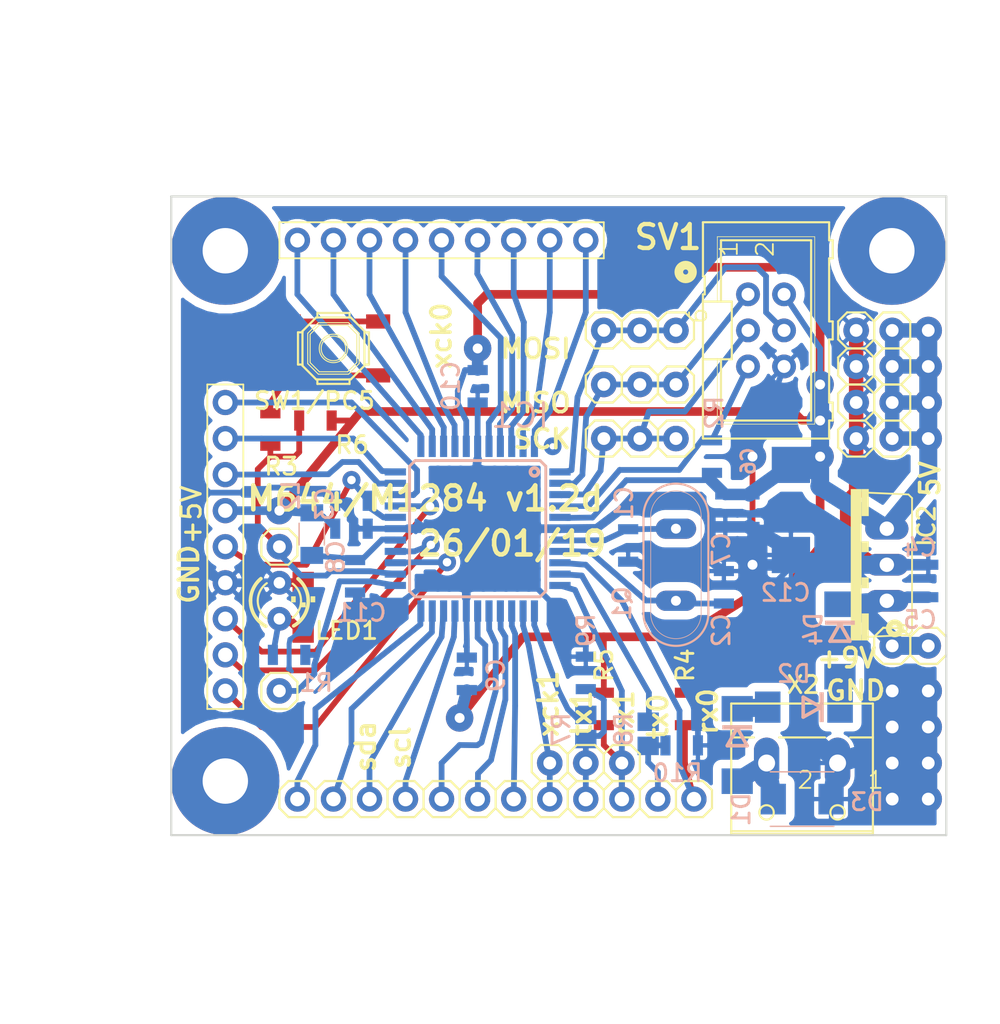
<source format=kicad_pcb>
(kicad_pcb (version 20171130) (host pcbnew "(5.0.2)-1")
  (title_block (title "M644/M1284 breakout  (Eagle 6.5 exported)") (date 2019-03-07) (rev v1.2d) (company "(c) Ibragimov M. Russia Togliatty"))
  (layers (0 Top signal) (31 Bottom signal) (34 B.Paste user) (35 F.Paste user) (36 B.SilkS user) (37 F.SilkS user) (38 B.Mask user) (39 F.Mask user) (44 Edge.Cuts user))
  (net 0 "")
  (net 1 GND)
  (net 2 VCC)
  (net 3 N$7)
  (net 4 N$8)
  (net 5 N$9)
  (net 6 /PB4)
  (net 7 /PB3)
  (net 8 /PB2)
  (net 9 /PB1)
  (net 10 /PB0)
  (net 11 /PA0)
  (net 12 /PA1)
  (net 13 /PA2)
  (net 14 /PA3)
  (net 15 /PA4)
  (net 16 /PA5)
  (net 17 /PA6)
  (net 18 /PA7)
  (net 19 /AREF)
  (net 20 "Net-(C11-PadP$1)")
  (net 21 /PC7)
  (net 22 /PC6)
  (net 23 /PC5)
  (net 24 /PC4)
  (net 25 /PC3)
  (net 26 /PC2)
  (net 27 /PC1)
  (net 28 /PC0)
  (net 29 /PD7)
  (net 30 /PD6)
  (net 31 /PD5)
  (net 32 /PD4)
  (net 33 /PD3)
  (net 34 /PD2)
  (net 35 /PD1)
  (net 36 /PD0)
  (net 37 "Net-(C2-PadP$1)")
  (net 38 "Net-(C1-PadP$1)")
  (net 39 /RESET)
  (net 40 /SCK)
  (net 41 /MISO)
  (net 42 /MOSI)
  (net 43 "Net-(C4-PadP$1)")
  (net 44 "Net-(LED1-PadA)")
  (net 45 /PD3')
  (net 46 /PD1')
  (net 47 "Net-(D1-PadA)")
  (net 48 "Net-(D1-PadC)")
  (net 49 "Net-(D2-PadC)")
  (net 50 "Net-(R3-PadP$1)")
  (module M644_breakout_v1.2d:SMBJ (layer Bottom) (at 165.6461 124.9636)
    (fp_text reference D3 (at 3.2639 -0.5036) (layer B.SilkS) (effects (font (size 1.2065 1.2065) (thickness 0.2)) (justify right top mirror)))
    (fp_text value SM6T15CA)
    (pad A smd rect (at 2.04 0 180) (size 1.78 2.16) (layers Bottom B.Paste B.Mask) (net 1 GND))
    (pad C smd rect (at -2.03 0) (size 1.78 2.16) (layers Bottom B.Paste B.Mask) (net 47 "Net-(D1-PadA)"))
  )
  (module M644_breakout_v1.2d:DO214AA (layer Bottom) (at 161.0741 121.1536 270)
    (fp_text reference D1 (at 5.8464 0.4191 270) (layer B.SilkS) (effects (font (size 1.2065 1.2065) (thickness 0.2)) (justify right top mirror)))
    (fp_text value SM4007)
    (pad A smd rect (at 2.55 0 270) (size 1.8 2.2) (layers Bottom B.Paste B.Mask) (net 47 "Net-(D1-PadA)"))
    (pad C smd rect (at -2.55 0 270) (size 1.8 2.2) (layers Bottom B.Paste B.Mask) (net 48 "Net-(D1-PadC)"))
  )
  (module M644_breakout_v1.2d:DO214AA (layer Bottom) (at 165.7731 118.4866 180)
    (fp_text reference D2 (at -0.5969 1.6466) (layer B.SilkS) (effects (font (size 1.2065 1.2065) (thickness 0.2)) (justify left bottom mirror)))
    (fp_text value SM4007)
    (pad A smd rect (at 2.55 0 180) (size 1.8 2.2) (layers Bottom B.Paste B.Mask) (net 48 "Net-(D1-PadC)"))
    (pad C smd rect (at -2.55 0 180) (size 1.8 2.2) (layers Bottom B.Paste B.Mask) (net 49 "Net-(D2-PadC)"))
  )
  (module M644_breakout_v1.2d:DO214AA (layer Bottom) (at 168.3131 113.7876 270)
    (fp_text reference D4 (at 0.5124 2.5781 270) (layer B.SilkS) (effects (font (size 1.2065 1.2065) (thickness 0.2)) (justify right top mirror)))
    (fp_text value SM4007)
    (pad A smd rect (at 2.55 0 270) (size 1.8 2.2) (layers Bottom B.Paste B.Mask) (net 49 "Net-(D2-PadC)"))
    (pad C smd rect (at -2.55 0 270) (size 1.8 2.2) (layers Bottom B.Paste B.Mask) (net 43 "Net-(C4-PadP$1)"))
  )
  (module M644_breakout_v1.2d:D_7343-31R (layer Bottom) (at 164.8587 104.5928 90)
    (fp_text reference C12 (at -6.5322 1.5113 180) (layer B.SilkS) (effects (font (size 1.2065 1.2065) (thickness 0.2)) (justify left bottom mirror)))
    (fp_text value 100uF)
    (pad - smd rect (at -3.175 0 90) (size 2.55 2.7) (layers Bottom B.Paste B.Mask) (net 1 GND))
    (pad + smd rect (at 3.175 0 90) (size 2.55 2.7) (layers Bottom B.Paste B.Mask) (net 2 VCC))
  )
  (module M644_breakout_v1.2d:CHIPLED_1206 (layer Top) (at 130.4925 111.4508)
    (fp_text reference LED1_SMD1 hide)
    (fp_text value LED_RED/PC4/20)
    (pad A smd rect (at 0 1.75) (size 1.5 1.5) (layers Top F.Paste F.Mask) (net 44 "Net-(LED1-PadA)"))
    (pad C smd rect (at 0 -1.75) (size 1.5 1.5) (layers Top F.Paste F.Mask) (net 1 GND))
  )
  (module M644_breakout_v1.2d:L3216C (layer Bottom) (at 131.1021 106.2946 270)
    (fp_text reference L2 (at -1.5196 2.1971 90) (layer B.SilkS) (effects (font (size 1.2065 1.2065) (thickness 0.2)) (justify right top mirror)))
    (fp_text value 10uH)
    (pad 2 smd rect (at 1.5 0 270) (size 1.2 1.6) (layers Bottom B.Paste B.Mask) (net 20 "Net-(C11-PadP$1)"))
    (pad 1 smd rect (at -1.5 0 270) (size 1.2 1.6) (layers Bottom B.Paste B.Mask) (net 2 VCC))
  )
  (module M644_breakout_v1.2d:SW_TACT_SMALL (layer Top) (at 132.6261 93.2136 180)
    (fp_text reference SW1/PC5 (at -3.04 -2.9825) (layer F.SilkS) (effects (font (size 1.2065 1.2065) (thickness 0.2)) (justify right top)))
    (fp_text value SMD_TACT_4x4 hide)
    (pad 4 smd rect (at 3.15 1.9 270) (size 1 1.7) (layers Top F.Paste F.Mask) (net 1 GND))
    (pad 3 smd rect (at -3.15 1.9 270) (size 1 1.7) (layers Top F.Paste F.Mask) (net 1 GND))
    (pad 2 smd rect (at 3.15 -1.9 270) (size 1 1.7) (layers Top F.Paste F.Mask) (net 50 "Net-(R3-PadP$1)"))
    (pad 1 smd rect (at -3.15 -1.9 270) (size 1 1.7) (layers Top F.Paste F.Mask) (net 50 "Net-(R3-PadP$1)"))
  )
  (module M644_breakout_v1.2d:TO220V (layer Top) (at 169.0751 108.4536 90)
    (fp_text reference IC2 (at 1.1386 6.0452 90) (layer F.SilkS) (effects (font (size 1.2065 1.2065) (thickness 0.2)) (justify left bottom)))
    (fp_text value 78TV)
    (pad 3 thru_hole oval (at 2.54 2.54 180) (size 3.048 1.524) (drill 1.016) (layers *.Cu *.Mask) (net 2 VCC))
    (pad 2 thru_hole oval (at 0 2.54 180) (size 3.048 1.524) (drill 1.016) (layers *.Cu *.Mask) (net 1 GND))
    (pad 1 thru_hole oval (at -2.54 2.54 180) (size 3.048 1.524) (drill 1.016) (layers *.Cu *.Mask) (net 43 "Net-(C4-PadP$1)"))
  )
  (module M644_breakout_v1.2d:ML6 (layer Top) (at 163.1061 91.9436 270)
    (fp_text reference SV1 (at -5.5836 9.4361) (layer F.SilkS) (effects (font (size 1.6891 1.6891) (thickness 0.3)) (justify left bottom)))
    (fp_text value ISP_6PIN)
    (fp_text user 6 (at -0.381 4.064 270) (layer F.SilkS) (effects (font (size 1.2065 1.2065) (thickness 0.127)) (justify left bottom)))
    (fp_text user 2 (at -5.08 -0.635 270) (layer F.SilkS) (effects (font (size 1.2065 1.2065) (thickness 0.127)) (justify left bottom)))
    (fp_text user 1 (at -5.08 1.905 270) (layer F.SilkS) (effects (font (size 1.2065 1.2065) (thickness 0.127)) (justify left bottom)))
    (pad 6 thru_hole circle (at 2.54 -1.27 270) (size 1.6764 1.6764) (drill 0.9144) (layers *.Cu *.Mask) (net 1 GND))
    (pad 5 thru_hole circle (at 2.54 1.27 270) (size 1.6764 1.6764) (drill 0.9144) (layers *.Cu *.Mask) (net 39 /RESET))
    (pad 4 thru_hole circle (at 0 -1.27 270) (size 1.6764 1.6764) (drill 0.9144) (layers *.Cu *.Mask) (net 42 /MOSI))
    (pad 3 thru_hole circle (at 0 1.27 270) (size 1.6764 1.6764) (drill 0.9144) (layers *.Cu *.Mask) (net 40 /SCK))
    (pad 2 thru_hole circle (at -2.54 -1.27 270) (size 1.6764 1.6764) (drill 0.9144) (layers *.Cu *.Mask) (net 2 VCC))
    (pad 1 thru_hole circle (at -2.54 1.27 270) (size 1.6764 1.6764) (drill 0.9144) (layers *.Cu *.Mask) (net 41 /MISO))
  )
  (module M644_breakout_v1.2d:1X12 (layer Top) (at 144.0561 124.9636 180)
    (fp_text reference JP3 hide)
    (fp_text value PIN1x12)
    (pad 12 thru_hole circle (at 13.97 0 270) (size 1.778 1.778) (drill 1.016) (layers *.Cu *.Mask) (net 25 /PC3))
    (pad 11 thru_hole circle (at 11.43 0 270) (size 1.778 1.778) (drill 1.016) (layers *.Cu *.Mask) (net 26 /PC2))
    (pad 10 thru_hole circle (at 8.89 0 270) (size 1.778 1.778) (drill 1.016) (layers *.Cu *.Mask) (net 27 /PC1))
    (pad 9 thru_hole circle (at 6.35 0 270) (size 1.778 1.778) (drill 1.016) (layers *.Cu *.Mask) (net 28 /PC0))
    (pad 8 thru_hole circle (at 3.81 0 270) (size 1.778 1.778) (drill 1.016) (layers *.Cu *.Mask) (net 29 /PD7))
    (pad 7 thru_hole circle (at 1.27 0 270) (size 1.778 1.778) (drill 1.016) (layers *.Cu *.Mask) (net 30 /PD6))
    (pad 6 thru_hole circle (at -1.27 0 270) (size 1.778 1.778) (drill 1.016) (layers *.Cu *.Mask) (net 31 /PD5))
    (pad 5 thru_hole circle (at -3.81 0 270) (size 1.778 1.778) (drill 1.016) (layers *.Cu *.Mask) (net 32 /PD4))
    (pad 4 thru_hole circle (at -6.35 0 270) (size 1.778 1.778) (drill 1.016) (layers *.Cu *.Mask) (net 45 /PD3'))
    (pad 3 thru_hole circle (at -8.89 0 270) (size 1.778 1.778) (drill 1.016) (layers *.Cu *.Mask) (net 34 /PD2))
    (pad 2 thru_hole circle (at -11.43 0 270) (size 1.778 1.778) (drill 1.016) (layers *.Cu *.Mask) (net 46 /PD1'))
    (pad 1 thru_hole circle (at -13.97 0 270) (size 1.778 1.778) (drill 1.016) (layers *.Cu *.Mask) (net 36 /PD0))
  )
  (module M644_breakout_v1.2d:TQFP44 (layer Bottom) (at 142.7861 105.9136 180)
    (fp_text reference IC1 (at -5.1689 6.985) (layer B.SilkS) (effects (font (size 1.6891 1.6891) (thickness 0.2)) (justify left bottom mirror)))
    (fp_text value ATMEGA16/32/644/1284)
    (pad 44 smd rect (at -4 5.8 180) (size 0.5 1.5) (layers Bottom B.Paste B.Mask) (net 6 /PB4))
    (pad 43 smd rect (at -3.2 5.8 180) (size 0.5 1.5) (layers Bottom B.Paste B.Mask) (net 7 /PB3))
    (pad 42 smd rect (at -2.4 5.8 180) (size 0.5 1.5) (layers Bottom B.Paste B.Mask) (net 8 /PB2))
    (pad 41 smd rect (at -1.6 5.8 180) (size 0.5 1.5) (layers Bottom B.Paste B.Mask) (net 9 /PB1))
    (pad 40 smd rect (at -0.8 5.8 180) (size 0.5 1.5) (layers Bottom B.Paste B.Mask) (net 10 /PB0))
    (pad 39 smd rect (at 0 5.8 180) (size 0.5 1.5) (layers Bottom B.Paste B.Mask) (net 1 GND))
    (pad 38 smd rect (at 0.8 5.8 180) (size 0.5 1.5) (layers Bottom B.Paste B.Mask) (net 2 VCC))
    (pad 37 smd rect (at 1.6 5.8 180) (size 0.5 1.5) (layers Bottom B.Paste B.Mask) (net 11 /PA0))
    (pad 36 smd rect (at 2.4 5.8 180) (size 0.5 1.5) (layers Bottom B.Paste B.Mask) (net 12 /PA1))
    (pad 35 smd rect (at 3.2 5.8 180) (size 0.5 1.5) (layers Bottom B.Paste B.Mask) (net 13 /PA2))
    (pad 34 smd rect (at 4 5.8 180) (size 0.5 1.5) (layers Bottom B.Paste B.Mask) (net 14 /PA3))
    (pad 33 smd rect (at 5.8 4 180) (size 1.5 0.5) (layers Bottom B.Paste B.Mask) (net 15 /PA4))
    (pad 32 smd rect (at 5.8 3.2 180) (size 1.5 0.5) (layers Bottom B.Paste B.Mask) (net 16 /PA5))
    (pad 31 smd rect (at 5.8 2.4 180) (size 1.5 0.5) (layers Bottom B.Paste B.Mask) (net 17 /PA6))
    (pad 30 smd rect (at 5.8 1.6 180) (size 1.5 0.5) (layers Bottom B.Paste B.Mask) (net 18 /PA7))
    (pad 29 smd rect (at 5.8 0.8 180) (size 1.5 0.5) (layers Bottom B.Paste B.Mask) (net 19 /AREF))
    (pad 28 smd rect (at 5.8 0 180) (size 1.5 0.5) (layers Bottom B.Paste B.Mask) (net 1 GND))
    (pad 27 smd rect (at 5.8 -0.8 180) (size 1.5 0.5) (layers Bottom B.Paste B.Mask) (net 20 "Net-(C11-PadP$1)"))
    (pad 26 smd rect (at 5.8 -1.6 180) (size 1.5 0.5) (layers Bottom B.Paste B.Mask) (net 21 /PC7))
    (pad 25 smd rect (at 5.8 -2.4 180) (size 1.5 0.5) (layers Bottom B.Paste B.Mask) (net 22 /PC6))
    (pad 24 smd rect (at 5.8 -3.2 180) (size 1.5 0.5) (layers Bottom B.Paste B.Mask) (net 23 /PC5))
    (pad 23 smd rect (at 5.8 -4 180) (size 1.5 0.5) (layers Bottom B.Paste B.Mask) (net 24 /PC4))
    (pad 22 smd rect (at 4 -5.8 180) (size 0.5 1.5) (layers Bottom B.Paste B.Mask) (net 25 /PC3))
    (pad 21 smd rect (at 3.2 -5.8 180) (size 0.5 1.5) (layers Bottom B.Paste B.Mask) (net 26 /PC2))
    (pad 20 smd rect (at 2.4 -5.8 180) (size 0.5 1.5) (layers Bottom B.Paste B.Mask) (net 27 /PC1))
    (pad 19 smd rect (at 1.6 -5.8 180) (size 0.5 1.5) (layers Bottom B.Paste B.Mask) (net 28 /PC0))
    (pad 18 smd rect (at 0.8 -5.8 180) (size 0.5 1.5) (layers Bottom B.Paste B.Mask) (net 1 GND))
    (pad 17 smd rect (at 0 -5.8 180) (size 0.5 1.5) (layers Bottom B.Paste B.Mask) (net 2 VCC))
    (pad 16 smd rect (at -0.8 -5.8 180) (size 0.5 1.5) (layers Bottom B.Paste B.Mask) (net 29 /PD7))
    (pad 15 smd rect (at -1.6 -5.8 180) (size 0.5 1.5) (layers Bottom B.Paste B.Mask) (net 30 /PD6))
    (pad 14 smd rect (at -2.4 -5.8 180) (size 0.5 1.5) (layers Bottom B.Paste B.Mask) (net 31 /PD5))
    (pad 13 smd rect (at -3.2 -5.8 180) (size 0.5 1.5) (layers Bottom B.Paste B.Mask) (net 32 /PD4))
    (pad 12 smd rect (at -4 -5.8 180) (size 0.5 1.5) (layers Bottom B.Paste B.Mask) (net 33 /PD3))
    (pad 11 smd rect (at -5.8 -4 180) (size 1.5 0.5) (layers Bottom B.Paste B.Mask) (net 34 /PD2))
    (pad 10 smd rect (at -5.8 -3.2 180) (size 1.5 0.5) (layers Bottom B.Paste B.Mask) (net 35 /PD1))
    (pad 9 smd rect (at -5.8 -2.4 180) (size 1.5 0.5) (layers Bottom B.Paste B.Mask) (net 36 /PD0))
    (pad 8 smd rect (at -5.8 -1.6 180) (size 1.5 0.5) (layers Bottom B.Paste B.Mask) (net 37 "Net-(C2-PadP$1)"))
    (pad 7 smd rect (at -5.8 -0.8 180) (size 1.5 0.5) (layers Bottom B.Paste B.Mask) (net 38 "Net-(C1-PadP$1)"))
    (pad 6 smd rect (at -5.8 0 180) (size 1.5 0.5) (layers Bottom B.Paste B.Mask) (net 1 GND))
    (pad 5 smd rect (at -5.8 0.8 180) (size 1.5 0.5) (layers Bottom B.Paste B.Mask) (net 2 VCC))
    (pad 4 smd rect (at -5.8 1.6 180) (size 1.5 0.5) (layers Bottom B.Paste B.Mask) (net 39 /RESET))
    (pad 3 smd rect (at -5.8 2.4 180) (size 1.5 0.5) (layers Bottom B.Paste B.Mask) (net 40 /SCK))
    (pad 2 smd rect (at -5.8 3.2 180) (size 1.5 0.5) (layers Bottom B.Paste B.Mask) (net 41 /MISO))
    (pad 1 smd rect (at -5.8 4 180) (size 1.5 0.5) (layers Bottom B.Paste B.Mask) (net 42 /MOSI))
  )
  (module M644_breakout_v1.2d:R0805H (layer Bottom) (at 159.2961 100.8336 270)
    (fp_text reference R2 (at -1.7736 0.5461 90) (layer B.SilkS) (effects (font (size 1.2065 1.2065) (thickness 0.2)) (justify right top mirror)))
    (fp_text value 4.7KOm)
    (pad P$2 smd rect (at 1.143 0 180) (size 1.4224 0.7112) (layers Bottom B.Paste B.Mask) (net 2 VCC))
    (pad P$1 smd rect (at -1.143 0 180) (size 1.4224 0.7112) (layers Bottom B.Paste B.Mask) (net 39 /RESET))
  )
  (module M644_breakout_v1.2d:R0805H (layer Bottom) (at 129.5019 114.8036 180)
    (fp_text reference R1 (at -3.2131 -2.6714) (layer B.SilkS) (effects (font (size 1.2065 1.2065) (thickness 0.2)) (justify left bottom mirror)))
    (fp_text value 1Kom)
    (pad P$2 smd rect (at 1.143 0 90) (size 1.4224 0.7112) (layers Bottom B.Paste B.Mask) (net 44 "Net-(LED1-PadA)"))
    (pad P$1 smd rect (at -1.143 0 90) (size 1.4224 0.7112) (layers Bottom B.Paste B.Mask) (net 24 /PC4))
  )
  (module M644_breakout_v1.2d:R0805H (layer Top) (at 128.1811 98.9286 270)
    (fp_text reference R3 (at 3.3064 0.5461) (layer F.SilkS) (effects (font (size 1.2065 1.2065) (thickness 0.2)) (justify left bottom)))
    (fp_text value 510Om)
    (pad P$2 smd rect (at 1.143 0) (size 1.4224 0.7112) (layers Top F.Paste F.Mask) (net 23 /PC5))
    (pad P$1 smd rect (at -1.143 0) (size 1.4224 0.7112) (layers Top F.Paste F.Mask) (net 50 "Net-(R3-PadP$1)"))
  )
  (module M644_breakout_v1.2d:R0805H (layer Top) (at 157.3911 118.6136 90)
    (fp_text reference R4 (at 1.7736 0.7239 90) (layer F.SilkS) (effects (font (size 1.2065 1.2065) (thickness 0.2)) (justify left bottom)))
    (fp_text value 10KOm)
    (pad P$2 smd rect (at 1.143 0 180) (size 1.4224 0.7112) (layers Top F.Paste F.Mask) (net 2 VCC))
    (pad P$1 smd rect (at -1.143 0 180) (size 1.4224 0.7112) (layers Top F.Paste F.Mask) (net 36 /PD0))
  )
  (module M644_breakout_v1.2d:R0805H (layer Top) (at 151.6761 118.6136 90)
    (fp_text reference R5 (at 1.7736 0.7239 90) (layer F.SilkS) (effects (font (size 1.2065 1.2065) (thickness 0.2)) (justify left bottom)))
    (fp_text value 10KOm)
    (pad P$2 smd rect (at 1.143 0 180) (size 1.4224 0.7112) (layers Top F.Paste F.Mask) (net 2 VCC))
    (pad P$1 smd rect (at -1.143 0 180) (size 1.4224 0.7112) (layers Top F.Paste F.Mask) (net 34 /PD2))
  )
  (module M644_breakout_v1.2d:R0805H (layer Top) (at 131.3561 98.2936 180)
    (fp_text reference R6 (at -3.8989 -1.016) (layer F.SilkS) (effects (font (size 1.2065 1.2065) (thickness 0.2)) (justify right top)))
    (fp_text value 10kOm)
    (pad P$2 smd rect (at 1.143 0 270) (size 1.4224 0.7112) (layers Top F.Paste F.Mask) (net 23 /PC5))
    (pad P$1 smd rect (at -1.143 0 270) (size 1.4224 0.7112) (layers Top F.Paste F.Mask) (net 2 VCC))
  )
  (module M644_breakout_v1.2d:R0805H (layer Bottom) (at 150.4061 116.0736 90)
    (fp_text reference R9 (at 4.3136 0.7239 90) (layer B.SilkS) (effects (font (size 1.2065 1.2065) (thickness 0.2)) (justify left bottom mirror)))
    (fp_text value 2Kom)
    (pad P$2 smd rect (at 1.143 0) (size 1.4224 0.7112) (layers Bottom B.Paste B.Mask) (net 1 GND))
    (pad P$1 smd rect (at -1.143 0) (size 1.4224 0.7112) (layers Bottom B.Paste B.Mask) (net 45 /PD3'))
  )
  (module M644_breakout_v1.2d:R0805H (layer Bottom) (at 157.1625 121.179)
    (fp_text reference R10 (at 1.5875 2.646) (layer B.SilkS) (effects (font (size 1.2065 1.2065) (thickness 0.2)) (justify left bottom mirror)))
    (fp_text value 2Kom)
    (pad P$2 smd rect (at 1.143 0 270) (size 1.4224 0.7112) (layers Bottom B.Paste B.Mask) (net 1 GND))
    (pad P$1 smd rect (at -1.143 0 270) (size 1.4224 0.7112) (layers Bottom B.Paste B.Mask) (net 46 /PD1'))
  )
  (module M644_breakout_v1.2d:QS (layer Bottom) (at 156.7561 108.4536 90)
    (fp_text reference Q1 (at -1.4014 -3.0861 90) (layer B.SilkS) (effects (font (size 1.2065 1.2065) (thickness 0.2)) (justify left bottom mirror)))
    (fp_text value 16Mhz)
    (pad 2 thru_hole oval (at 2.54 0) (size 2.8448 1.4224) (drill 0.7) (layers *.Cu *.Mask) (net 38 "Net-(C1-PadP$1)"))
    (pad 1 thru_hole oval (at -2.54 0) (size 2.8448 1.4224) (drill 0.7) (layers *.Cu *.Mask) (net 37 "Net-(C2-PadP$1)"))
  )
  (module M644_breakout_v1.2d:C0805H (layer Bottom) (at 160.1343 110.0411 90)
    (fp_text reference C2 (at -1.7189 0.5207 90) (layer B.SilkS) (effects (font (size 1.2065 1.2065) (thickness 0.2)) (justify left bottom mirror)))
    (fp_text value 18pf)
    (pad P$2 smd rect (at 1.143 0) (size 1.4224 0.7112) (layers Bottom B.Paste B.Mask) (net 1 GND))
    (pad P$1 smd rect (at -1.143 0) (size 1.4224 0.7112) (layers Bottom B.Paste B.Mask) (net 37 "Net-(C2-PadP$1)"))
  )
  (module M644_breakout_v1.2d:C0805H (layer Bottom) (at 153.3906 107.0947 270)
    (fp_text reference C1 (at -1.6847 0.9906 90) (layer B.SilkS) (effects (font (size 1.2065 1.2065) (thickness 0.2)) (justify right top mirror)))
    (fp_text value 18pf)
    (pad P$2 smd rect (at 1.143 0 180) (size 1.4224 0.7112) (layers Bottom B.Paste B.Mask) (net 1 GND))
    (pad P$1 smd rect (at -1.143 0 180) (size 1.4224 0.7112) (layers Bottom B.Paste B.Mask) (net 38 "Net-(C1-PadP$1)"))
  )
  (module M644_breakout_v1.2d:C0805H (layer Bottom) (at 160.2359 104.6436 270)
    (fp_text reference C7 (at 1.4014 -0.4191 90) (layer B.SilkS) (effects (font (size 1.2065 1.2065) (thickness 0.2)) (justify left bottom mirror)))
    (fp_text value 0.1mF)
    (pad P$2 smd rect (at 1.143 0 180) (size 1.4224 0.7112) (layers Bottom B.Paste B.Mask) (net 1 GND))
    (pad P$1 smd rect (at -1.143 0 180) (size 1.4224 0.7112) (layers Bottom B.Paste B.Mask) (net 2 VCC))
  )
  (module M644_breakout_v1.2d:C0805H (layer Bottom) (at 133.8961 103.9451)
    (fp_text reference C3 (at -1.1811 -1.0751 -90) (layer B.SilkS) (effects (font (size 1.2065 1.2065) (thickness 0.2)) (justify left bottom mirror)))
    (fp_text value 0.1mF)
    (pad P$2 smd rect (at 1.143 0 270) (size 1.4224 0.7112) (layers Bottom B.Paste B.Mask) (net 19 /AREF))
    (pad P$1 smd rect (at -1.143 0 270) (size 1.4224 0.7112) (layers Bottom B.Paste B.Mask) (net 1 GND))
  )
  (module M644_breakout_v1.2d:C0805H (layer Bottom) (at 173.0883 109.5966 90)
    (fp_text reference C5 (at -3.4334 2.1717 180) (layer B.SilkS) (effects (font (size 1.2 1.2) (thickness 0.2)) (justify left bottom mirror)))
    (fp_text value 0.1mF)
    (pad P$2 smd rect (at 1.143 0) (size 1.4224 0.7112) (layers Bottom B.Paste B.Mask) (net 1 GND))
    (pad P$1 smd rect (at -1.143 0) (size 1.4224 0.7112) (layers Bottom B.Paste B.Mask) (net 43 "Net-(C4-PadP$1)"))
  )
  (module M644_breakout_v1.2d:LED3MM (layer Top) (at 128.8161 110.9936 90)
    (fp_text reference LED1 (at -1.4014 7.0739) (layer F.SilkS) (effects (font (size 1.2065 1.2065) (thickness 0.2)) (justify right top)))
    (fp_text value LED_RED/PC4/20)
    (pad K thru_hole circle (at 1.27 0 90) (size 1.6764 1.6764) (drill 0.8128) (layers *.Cu *.Mask) (net 1 GND))
    (pad A thru_hole circle (at -1.27 0 90) (size 1.6764 1.6764) (drill 0.8128) (layers *.Cu *.Mask) (net 44 "Net-(LED1-PadA)"))
  )
  (module M644_breakout_v1.2d:C0805H (layer Bottom) (at 133.8961 105.9136 180)
    (fp_text reference C8 (at 1.8161 -3.3064 270) (layer B.SilkS) (effects (font (size 1.2065 1.2065) (thickness 0.2)) (justify right top mirror)))
    (fp_text value 0.1mF)
    (pad P$2 smd rect (at 1.143 0 90) (size 1.4224 0.7112) (layers Bottom B.Paste B.Mask) (net 2 VCC))
    (pad P$1 smd rect (at -1.143 0 90) (size 1.4224 0.7112) (layers Bottom B.Paste B.Mask) (net 1 GND))
  )
  (module M644_breakout_v1.2d:C0805H (layer Bottom) (at 142.0241 116.1371 270)
    (fp_text reference C9 (at -1.2021 -2.7559 270) (layer B.SilkS) (effects (font (size 1.2065 1.2065) (thickness 0.2)) (justify left bottom mirror)))
    (fp_text value 0.1mF)
    (pad P$2 smd rect (at 1.143 0 180) (size 1.4224 0.7112) (layers Bottom B.Paste B.Mask) (net 2 VCC))
    (pad P$1 smd rect (at -1.143 0 180) (size 1.4224 0.7112) (layers Bottom B.Paste B.Mask) (net 1 GND))
  )
  (module M644_breakout_v1.2d:C0805H (layer Bottom) (at 142.7861 95.8806 90)
    (fp_text reference C10 (at 1.9006 -1.1811 90) (layer B.SilkS) (effects (font (size 1.2065 1.2065) (thickness 0.2)) (justify left bottom mirror)))
    (fp_text value 0.1mF)
    (pad P$2 smd rect (at 1.143 0) (size 1.4224 0.7112) (layers Bottom B.Paste B.Mask) (net 2 VCC))
    (pad P$1 smd rect (at -1.143 0) (size 1.4224 0.7112) (layers Bottom B.Paste B.Mask) (net 1 GND))
  )
  (module M644_breakout_v1.2d:C0805H (layer Bottom) (at 134.1501 109.2664 270)
    (fp_text reference C11 (at 1.8586 1.4351 180) (layer B.SilkS) (effects (font (size 1.2065 1.2065) (thickness 0.2)) (justify right top mirror)))
    (fp_text value 0.1mF)
    (pad P$2 smd rect (at 1.143 0 180) (size 1.4224 0.7112) (layers Bottom B.Paste B.Mask) (net 1 GND))
    (pad P$1 smd rect (at -1.143 0 180) (size 1.4224 0.7112) (layers Bottom B.Paste B.Mask) (net 20 "Net-(C11-PadP$1)"))
  )
  (module M644_breakout_v1.2d:1X09-BIG (layer Top) (at 140.2461 85.5936 180)
    (fp_text reference JP1 hide)
    (fp_text value PIN1x9)
    (pad 9 thru_hole circle (at 10.16 0 270) (size 1.778 1.778) (drill 1.016) (layers *.Cu *.Mask) (net 14 /PA3))
    (pad 8 thru_hole circle (at 7.62 0 270) (size 1.778 1.778) (drill 1.016) (layers *.Cu *.Mask) (net 13 /PA2))
    (pad 7 thru_hole circle (at 5.08 0 270) (size 1.778 1.778) (drill 1.016) (layers *.Cu *.Mask) (net 12 /PA1))
    (pad 6 thru_hole circle (at 2.54 0 270) (size 1.778 1.778) (drill 1.016) (layers *.Cu *.Mask) (net 11 /PA0))
    (pad 5 thru_hole circle (at 0 0 270) (size 1.778 1.778) (drill 1.016) (layers *.Cu *.Mask) (net 10 /PB0))
    (pad 4 thru_hole circle (at -2.54 0 270) (size 1.778 1.778) (drill 1.016) (layers *.Cu *.Mask) (net 9 /PB1))
    (pad 3 thru_hole circle (at -5.08 0 270) (size 1.778 1.778) (drill 1.016) (layers *.Cu *.Mask) (net 8 /PB2))
    (pad 2 thru_hole circle (at -7.62 0 270) (size 1.778 1.778) (drill 1.016) (layers *.Cu *.Mask) (net 7 /PB3))
    (pad 1 thru_hole circle (at -10.16 0 270) (size 1.778 1.778) (drill 1.016) (layers *.Cu *.Mask) (net 6 /PB4))
  )
  (module M644_breakout_v1.2d:1X09-BIG (layer Top) (at 125.0061 107.1836 270)
    (fp_text reference JP2 hide)
    (fp_text value PIN1x9)
    (pad 9 thru_hole circle (at 10.16 0) (size 1.778 1.778) (drill 1.016) (layers *.Cu *.Mask) (net 22 /PC6))
    (pad 8 thru_hole circle (at 7.62 0) (size 1.778 1.778) (drill 1.016) (layers *.Cu *.Mask) (net 21 /PC7))
    (pad 7 thru_hole circle (at 5.08 0) (size 1.778 1.778) (drill 1.016) (layers *.Cu *.Mask) (net 18 /PA7))
    (pad 6 thru_hole circle (at 2.54 0) (size 1.778 1.778) (drill 1.016) (layers *.Cu *.Mask) (net 1 GND))
    (pad 5 thru_hole circle (at 0 0) (size 1.778 1.778) (drill 1.016) (layers *.Cu *.Mask) (net 19 /AREF))
    (pad 4 thru_hole circle (at -2.54 0) (size 1.778 1.778) (drill 1.016) (layers *.Cu *.Mask) (net 2 VCC))
    (pad 3 thru_hole circle (at -5.08 0) (size 1.778 1.778) (drill 1.016) (layers *.Cu *.Mask) (net 16 /PA5))
    (pad 2 thru_hole circle (at -7.62 0) (size 1.778 1.778) (drill 1.016) (layers *.Cu *.Mask) (net 15 /PA4))
    (pad 1 thru_hole circle (at -10.16 0) (size 1.778 1.778) (drill 1.016) (layers *.Cu *.Mask) (net 17 /PA6))
  )
  (module M644_breakout_v1.2d:C0805H (layer Bottom) (at 174.5361 109.5966 90)
    (fp_text reference C4 (at 1.6466 0.7239 180) (layer B.SilkS) (effects (font (size 1.2065 1.2065) (thickness 0.2)) (justify left bottom mirror)))
    (fp_text value 10uF)
    (pad P$2 smd rect (at 1.143 0) (size 1.4224 0.7112) (layers Bottom B.Paste B.Mask) (net 1 GND))
    (pad P$1 smd rect (at -1.143 0) (size 1.4224 0.7112) (layers Bottom B.Paste B.Mask) (net 43 "Net-(C4-PadP$1)"))
  )
  (module M644_breakout_v1.2d:C0805H (layer Bottom) (at 161.9377 104.6436 270)
    (fp_text reference C6 (at -2.4086 0.6477 270) (layer B.SilkS) (effects (font (size 0.9652 0.9652) (thickness 0.2)) (justify right top mirror)))
    (fp_text value 22uF)
    (pad P$2 smd rect (at 1.143 0 180) (size 1.4224 0.7112) (layers Bottom B.Paste B.Mask) (net 1 GND))
    (pad P$1 smd rect (at -1.143 0 180) (size 1.4224 0.7112) (layers Bottom B.Paste B.Mask) (net 2 VCC))
  )
  (module M644_breakout_v1.2d:W237-102 (layer Top) (at 165.6461 123.6936 180)
    (fp_text reference X2 (at -1.3589 7.4886) (layer F.SilkS) (effects (font (size 1.2065 1.2065) (thickness 0.2)) (justify right top)))
    (fp_text value DG300-5.0-02P-12)
    (fp_text user 2 (at 0.421 -0.635 180) (layer F.SilkS) (effects (font (size 1.2065 1.2065) (thickness 0.127)) (justify left bottom)))
    (fp_text user 1 (at -4.532 -0.635 180) (layer F.SilkS) (effects (font (size 1.2065 1.2065) (thickness 0.127)) (justify left bottom)))
    (pad 2 thru_hole oval (at 2.5 1.27 270) (size 3.5814 1.7907) (drill 1.1938) (layers *.Cu *.Mask) (net 47 "Net-(D1-PadA)"))
    (pad 1 thru_hole oval (at -2.5 1.27 270) (size 3.5814 1.7907) (drill 1.1938) (layers *.Cu *.Mask) (net 1 GND))
  )
  (module M644_breakout_v1.2d:1X01 (layer Top) (at 151.6761 99.5636)
    (fp_text reference JP4 hide)
    (fp_text value PINx1)
    (pad 1 thru_hole circle (at 0 0) (size 1.8 1.8) (drill 0.9) (layers *.Cu *.Mask) (net 40 /SCK))
  )
  (module M644_breakout_v1.2d:1X01 (layer Top) (at 154.2161 99.5636)
    (fp_text reference JP5 hide)
    (fp_text value PINx1)
    (pad 1 thru_hole circle (at 0 0) (size 1.8 1.8) (drill 0.9) (layers *.Cu *.Mask) (net 40 /SCK))
  )
  (module M644_breakout_v1.2d:1X01 (layer Top) (at 154.2161 95.7536)
    (fp_text reference JP6 hide)
    (fp_text value PINx1)
    (pad 1 thru_hole circle (at 0 0) (size 1.8 1.8) (drill 0.9) (layers *.Cu *.Mask) (net 41 /MISO))
  )
  (module M644_breakout_v1.2d:1X01 (layer Top) (at 151.6761 95.7536)
    (fp_text reference JP7 hide)
    (fp_text value PINx1)
    (pad 1 thru_hole circle (at 0 0) (size 1.8 1.8) (drill 0.9) (layers *.Cu *.Mask) (net 41 /MISO))
  )
  (module M644_breakout_v1.2d:1X01 (layer Top) (at 151.6761 91.9436)
    (fp_text reference JP8 hide)
    (fp_text value PINx1)
    (pad 1 thru_hole circle (at 0 0) (size 1.8 1.8) (drill 0.9) (layers *.Cu *.Mask) (net 42 /MOSI))
  )
  (module M644_breakout_v1.2d:1X01 (layer Top) (at 154.2161 91.9436)
    (fp_text reference JP9 hide)
    (fp_text value PINx1)
    (pad 1 thru_hole circle (at 0 0) (size 1.8 1.8) (drill 0.9) (layers *.Cu *.Mask) (net 42 /MOSI))
  )
  (module M644_breakout_v1.2d:1X01 (layer Top) (at 156.7561 99.5636)
    (fp_text reference JP11 hide)
    (fp_text value PINx1)
    (pad 1 thru_hole circle (at 0 0) (size 1.8 1.8) (drill 0.9) (layers *.Cu *.Mask) (net 40 /SCK))
  )
  (module M644_breakout_v1.2d:1X01 (layer Top) (at 156.7561 95.7536)
    (fp_text reference JP12 hide)
    (fp_text value PINx1)
    (pad 1 thru_hole circle (at 0 0) (size 1.8 1.8) (drill 0.9) (layers *.Cu *.Mask) (net 41 /MISO))
  )
  (module M644_breakout_v1.2d:1X01 (layer Top) (at 156.7561 91.9436)
    (fp_text reference JP13 hide)
    (fp_text value PINx1)
    (pad 1 thru_hole circle (at 0 0) (size 1.8 1.8) (drill 0.9) (layers *.Cu *.Mask) (net 42 /MOSI))
  )
  (module M644_breakout_v1.2d:1X01 (layer Top) (at 171.9961 91.9436)
    (fp_text reference JP14 hide)
    (fp_text value PINx1)
    (pad 1 thru_hole circle (at 0 0) (size 1.8 1.8) (drill 0.9) (layers *.Cu *.Mask) (net 2 VCC))
  )
  (module M644_breakout_v1.2d:1X01 (layer Top) (at 171.9961 94.4836)
    (fp_text reference JP15 hide)
    (fp_text value PINx1)
    (pad 1 thru_hole circle (at 0 0) (size 1.8 1.8) (drill 0.9) (layers *.Cu *.Mask) (net 2 VCC))
  )
  (module M644_breakout_v1.2d:1X01 (layer Top) (at 171.9961 97.0236)
    (fp_text reference JP16 hide)
    (fp_text value PINx1)
    (pad 1 thru_hole circle (at 0 0) (size 1.8 1.8) (drill 0.9) (layers *.Cu *.Mask) (net 2 VCC))
  )
  (module M644_breakout_v1.2d:1X01 (layer Top) (at 171.9961 99.5636)
    (fp_text reference JP17 hide)
    (fp_text value PINx1)
    (pad 1 thru_hole circle (at 0 0) (size 1.8 1.8) (drill 0.9) (layers *.Cu *.Mask) (net 2 VCC))
  )
  (module M644_breakout_v1.2d:1X01 (layer Top) (at 169.4561 91.9436)
    (fp_text reference JP19 hide)
    (fp_text value PINx1)
    (pad 1 thru_hole circle (at 0 0) (size 1.8 1.8) (drill 0.9) (layers *.Cu *.Mask) (net 1 GND))
  )
  (module M644_breakout_v1.2d:1X01 (layer Top) (at 169.4561 94.4836)
    (fp_text reference JP20 hide)
    (fp_text value PINx1)
    (pad 1 thru_hole circle (at 0 0) (size 1.8 1.8) (drill 0.9) (layers *.Cu *.Mask) (net 1 GND))
  )
  (module M644_breakout_v1.2d:1X01 (layer Top) (at 169.4561 97.0236)
    (fp_text reference JP21 hide)
    (fp_text value PINx1)
    (pad 1 thru_hole circle (at 0 0) (size 1.8 1.8) (drill 0.9) (layers *.Cu *.Mask) (net 1 GND))
  )
  (module M644_breakout_v1.2d:1X01 (layer Top) (at 169.4561 99.5636)
    (fp_text reference JP22 hide)
    (fp_text value PINx1)
    (pad 1 thru_hole circle (at 0 0) (size 1.8 1.8) (drill 0.9) (layers *.Cu *.Mask) (net 1 GND))
  )
  (module M644_breakout_v1.2d:1X01 (layer Top) (at 152.9461 122.4236)
    (fp_text reference JP24 hide)
    (fp_text value PINx1)
    (pad 1 thru_hole circle (at 0 0) (size 1.8 1.8) (drill 0.9) (layers *.Cu *.Mask) (net 34 /PD2))
  )
  (module M644_breakout_v1.2d:1X01 (layer Top) (at 150.4061 122.4236)
    (fp_text reference JP25 hide)
    (fp_text value PINx1)
    (pad 1 thru_hole circle (at 0 0) (size 1.8 1.8) (drill 0.9) (layers *.Cu *.Mask) (net 45 /PD3'))
  )
  (module M644_breakout_v1.2d:1X01 (layer Top) (at 147.8661 122.4236)
    (fp_text reference JP26 hide)
    (fp_text value PINx1)
    (pad 1 thru_hole circle (at 0 0) (size 1.8 1.8) (drill 0.9) (layers *.Cu *.Mask) (net 32 /PD4))
  )
  (module M644_breakout_v1.2d:1X01 (layer Top) (at 128.8161 107.1836)
    (fp_text reference JP27 hide)
    (fp_text value PINx1)
    (pad 1 thru_hole circle (at 0 0) (size 1.8 1.8) (drill 0.9) (layers *.Cu *.Mask) (net 23 /PC5))
  )
  (module M644_breakout_v1.2d:1X01 (layer Top) (at 128.8161 117.3436)
    (fp_text reference JP28 hide)
    (fp_text value PINx1)
    (pad 1 thru_hole circle (at 0 0) (size 1.8 1.8) (drill 0.9) (layers *.Cu *.Mask) (net 24 /PC4))
  )
  (module M644_breakout_v1.2d:1X01 (layer Top) (at 171.9961 114.1686)
    (fp_text reference JP10 hide)
    (fp_text value PINx1)
    (pad 1 thru_hole circle (at 0 0) (size 1.8 1.8) (drill 0.9) (layers *.Cu *.Mask) (net 43 "Net-(C4-PadP$1)"))
  )
  (module M644_breakout_v1.2d:1X01 (layer Top) (at 174.5361 114.1686)
    (fp_text reference JP29 hide)
    (fp_text value PINx1)
    (pad 1 thru_hole circle (at 0 0) (size 1.8 1.8) (drill 0.9) (layers *.Cu *.Mask) (net 43 "Net-(C4-PadP$1)"))
  )
  (module M644_breakout_v1.2d:R0805 (layer Bottom) (at 150.4061 119.8836 270)
    (fp_text reference R7 (at -1.1386 1.016 270) (layer B.SilkS) (effects (font (size 1.2065 1.2065) (thickness 0.2)) (justify left bottom mirror)))
    (fp_text value 1Kom)
    (pad 2 smd rect (at 0.85 0 270) (size 1.3 1.5) (layers Bottom B.Paste B.Mask) (net 45 /PD3'))
    (pad 1 smd rect (at -0.85 0 270) (size 1.3 1.5) (layers Bottom B.Paste B.Mask) (net 33 /PD3))
  )
  (module M644_breakout_v1.2d:R0805 (layer Bottom) (at 154.8003 120.3662 270)
    (fp_text reference R8 (at -1.6212 1.016 270) (layer B.SilkS) (effects (font (size 1.2065 1.2065) (thickness 0.2)) (justify left bottom mirror)))
    (fp_text value 1Kom)
    (pad 2 smd rect (at 0.85 0 270) (size 1.3 1.5) (layers Bottom B.Paste B.Mask) (net 46 /PD1'))
    (pad 1 smd rect (at -0.85 0 270) (size 1.3 1.5) (layers Bottom B.Paste B.Mask) (net 35 /PD1))
  )
  (gr_line (start 121.1961 127.5036) (end 175.8061 127.5036) (layer Edge.Cuts) (width 0.15))
  (gr_line (start 175.8061 127.5036) (end 175.8061 82.5036) (layer Edge.Cuts) (width 0.15))
  (gr_line (start 175.8061 82.5036) (end 121.1961 82.5036) (layer Edge.Cuts) (width 0.15))
  (gr_line (start 121.1961 82.5036) (end 121.1961 127.5036) (layer Edge.Cuts) (width 0.15))
  (gr_circle (center 148.0693 100.1097) (end 148.4952 100.1097) (layer Bottom) (width 0.4064))
  (gr_circle (center 157.4419 87.8288) (end 157.9251 87.8288) (layer F.SilkS) (width 0.6096))
  (gr_circle (center 172.1739 112.9367) (end 172.5998 112.9367) (layer F.SilkS) (width 0.4064))
  (gr_text "M644/M1284 v1.2d" (at 126.365 104.775) (layer F.SilkS) (effects (font (size 1.6891 1.6891) (thickness 0.32004)) (justify left bottom)))
  (gr_text 26/01/19 (at 138.43 107.95) (layer F.SilkS) (effects (font (size 1.6891 1.6891) (thickness 0.32004)) (justify left bottom)))
  (gr_text rx0 (at 158.2039 117.0134 90) (layer F.SilkS) (effects (font (size 1.35128 1.35128) (thickness 0.256032)) (justify right top)))
  (gr_text tx0 (at 154.6987 117.3944 90) (layer F.SilkS) (effects (font (size 1.35128 1.35128) (thickness 0.256032)) (justify right top)))
  (gr_text tx1 (at 149.3139 117.1658 90) (layer F.SilkS) (effects (font (size 1.35128 1.35128) (thickness 0.256032)) (justify right top)))
  (gr_text rx1 (at 153.8859 120.6964 90) (layer F.SilkS) (effects (font (size 1.35128 1.35128) (thickness 0.256032)) (justify left bottom)))
  (gr_text xck1 (at 146.9771 115.7688 90) (layer F.SilkS) (effects (font (size 1.35128 1.35128) (thickness 0.256032)) (justify right top)))
  (gr_text xck0 (at 139.4333 89.8354 90) (layer F.SilkS) (effects (font (size 1.35128 1.35128) (thickness 0.256032)) (justify right top)))
  (gr_text scl (at 138.1379 122.9824 90) (layer F.SilkS) (effects (font (size 1.35128 1.35128) (thickness 0.256032)) (justify left bottom)))
  (gr_text sda (at 134.0993 119.3248 90) (layer F.SilkS) (effects (font (size 1.35128 1.35128) (thickness 0.256032)) (justify right top)))
  (gr_text 5V (at 173.8757 101.0114 90) (layer F.SilkS) (effects (font (size 1.35128 1.35128) (thickness 0.256032)) (justify right top)))
  (gr_text GND (at 167.1955 118.1056) (layer F.SilkS) (effects (font (size 1.35128 1.35128) (thickness 0.256032)) (justify left bottom)))
  (gr_text +5V (at 121.8311 102.7386 90) (layer F.SilkS) (effects (font (size 1.35128 1.35128) (thickness 0.21336)) (justify right top)))
  (gr_text GND (at 123.2281 111.3492 90) (layer F.SilkS) (effects (font (size 1.35128 1.35128) (thickness 0.256032)) (justify left bottom)))
  (gr_text MOSI (at 149.4917 92.4516) (layer F.SilkS) (effects (font (size 1.35128 1.35128) (thickness 0.256032)) (justify right top)))
  (gr_text MISO (at 149.4917 96.2616) (layer F.SilkS) (effects (font (size 1.35128 1.35128) (thickness 0.256032)) (justify right top)))
  (gr_text SCK (at 149.4917 98.8016) (layer F.SilkS) (effects (font (size 1.35128 1.35128) (thickness 0.256032)) (justify right top)))
  (gr_text +9V (at 166.5605 115.8196) (layer F.SilkS) (effects (font (size 1.35128 1.35128) (thickness 0.256032)) (justify left bottom)))
  (segment (start 141.9785 109.5968) (end 141.986 110.7904) (width 0.6096) (layer Bottom) (net 1))
  (segment (start 141.9479 105.9136) (end 141.9785 109.5968) (width 0.4064) (layer Bottom) (net 1))
  (segment (start 137.8712 105.9136) (end 141.9479 105.9136) (width 0.6096) (layer Bottom) (net 1))
  (segment (start 142.6591 106.0406) (end 142.6591 105.9136) (width 0.4064) (layer Bottom) (net 1))
  (segment (start 142.6591 105.9136) (end 142.6591 101.9131) (width 0.4064) (layer Bottom) (net 1))
  (segment (start 142.6591 101.9131) (end 142.7861 101.0241) (width 0.6096) (layer Bottom) (net 1))
  (segment (start 141.9479 105.9136) (end 142.6591 106.0406) (width 0.4064) (layer Bottom) (net 1))
  (segment (start 137.5156 110.9936) (end 134.3406 110.9936) (width 0.4064) (layer Bottom) (net 1))
  (segment (start 139.4206 109.5966) (end 137.5156 110.9936) (width 0.4064) (layer Bottom) (net 1))
  (segment (start 141.9785 109.5968) (end 141.9606 109.5966) (width 0.4064) (layer Bottom) (net 1))
  (segment (start 141.9606 109.5966) (end 139.4206 109.5966) (width 0.4064) (layer Bottom) (net 1))
  (segment (start 155.1686 108.8981) (end 153.9748 108.2631) (width 0.6096) (layer Bottom) (net 1))
  (segment (start 157.5181 108.8981) (end 155.1686 108.8981) (width 0.6096) (layer Bottom) (net 1))
  (segment (start 151.1681 105.8882) (end 154.0891 103.6911) (width 0.6096) (layer Bottom) (net 1))
  (segment (start 154.0891 103.6911) (end 157.7255 103.687) (width 0.6096) (layer Bottom) (net 1))
  (segment (start 157.7255 103.687) (end 159.2072 104.9061) (width 0.6096) (layer Bottom) (net 1))
  (segment (start 148.5861 105.9136) (end 151.1681 105.8882) (width 0.6096) (layer Bottom) (net 1))
  (segment (start 141.9861 111.7136) (end 142.0241 113.7241) (width 0.4064) (layer Bottom) (net 1))
  (segment (start 141.9606 111.6881) (end 141.9861 111.7136) (width 0.4064) (layer Bottom) (net 1))
  (segment (start 141.986 110.7904) (end 141.9606 111.6881) (width 0.4064) (layer Bottom) (net 1))
  (segment (start 142.0241 113.7241) (end 142.0241 114.9941) (width 0.4064) (layer Bottom) (net 1))
  (segment (start 142.7861 100.1136) (end 142.7861 97.0236) (width 0.4064) (layer Bottom) (net 1))
  (segment (start 142.7861 101.0241) (end 142.7861 100.1136) (width 0.4064) (layer Bottom) (net 1))
  (segment (start 142.6591 105.9136) (end 143.4211 105.9136) (width 0.6096) (layer Bottom) (net 1))
  (segment (start 143.4211 105.9136) (end 148.5861 105.9136) (width 0.6096) (layer Bottom) (net 1))
  (segment (start 153.9748 108.2631) (end 153.6954 108.1615) (width 0.4064) (layer Bottom) (net 1))
  (segment (start 153.9748 108.2631) (end 153.3906 108.2377) (width 0.4064) (layer Bottom) (net 1))
  (segment (start 136.9861 105.9136) (end 137.8712 105.9136) (width 0.381) (layer Bottom) (net 1))
  (segment (start 162.1536 100.8336) (end 164.3761 94.4836) (width 0.4064) (layer Bottom) (net 1))
  (segment (start 135.0391 105.9136) (end 136.9861 105.9136) (width 0.4064) (layer Bottom) (net 1))
  (segment (start 132.7531 103.9451) (end 132.9436 103.9451) (width 0.4064) (layer Bottom) (net 1))
  (segment (start 132.9436 103.9451) (end 133.7691 104.7706) (width 0.4064) (layer Bottom) (net 1))
  (segment (start 133.7691 104.7706) (end 133.7691 105.2786) (width 0.4064) (layer Bottom) (net 1))
  (segment (start 133.7691 105.2786) (end 134.4041 105.9136) (width 0.4064) (layer Bottom) (net 1))
  (segment (start 134.4041 105.9136) (end 135.0391 105.9136) (width 0.4064) (layer Bottom) (net 1))
  (segment (start 134.3406 110.9936) (end 134.3406 110.5491) (width 0.4064) (layer Bottom) (net 1))
  (segment (start 134.3406 110.5491) (end 134.1501 110.4094) (width 0.4064) (layer Bottom) (net 1))
  (segment (start 168.1861 108.4536) (end 171.6151 108.4536) (width 1.27) (layer Bottom) (net 1))
  (segment (start 174.5361 124.9636) (end 174.5361 122.4236) (width 1.27) (layer Bottom) (net 1))
  (segment (start 174.5361 119.8836) (end 174.5361 122.4236) (width 1.27) (layer Bottom) (net 1))
  (segment (start 174.5361 117.3436) (end 174.5361 119.8836) (width 1.27) (layer Bottom) (net 1))
  (segment (start 162.1536 108.4536) (end 162.1536 100.8336) (width 0.4064) (layer Top) (net 1))
  (segment (start 125.0061 109.7236) (end 122.4661 108.4536) (width 0.6096) (layer Bottom) (net 1))
  (segment (start 122.4661 108.4536) (end 122.4661 104.6436) (width 0.6096) (layer Bottom) (net 1))
  (segment (start 122.4661 104.6436) (end 123.7361 103.3736) (width 0.6096) (layer Bottom) (net 1))
  (segment (start 123.7361 103.3736) (end 127.5461 103.3736) (width 0.4064) (layer Bottom) (net 1))
  (segment (start 127.5461 103.3736) (end 128.1557 103.018) (width 0.4064) (layer Bottom) (net 1))
  (segment (start 128.1557 103.018) (end 129.5527 103.018) (width 0.4064) (layer Bottom) (net 1))
  (segment (start 129.5527 103.018) (end 130.1369 103.4244) (width 0.4064) (layer Bottom) (net 1))
  (segment (start 130.1369 103.4244) (end 131.9149 103.4498) (width 0.4064) (layer Bottom) (net 1))
  (segment (start 131.9149 103.4498) (end 132.7531 103.9451) (width 0.4064) (layer Bottom) (net 1))
  (segment (start 125.0061 109.7236) (end 128.8161 109.7236) (width 0.6096) (layer Bottom) (net 1))
  (segment (start 158.6611 107.8186) (end 157.5181 108.8981) (width 0.6096) (layer Bottom) (net 1))
  (segment (start 159.2498 107.1848) (end 158.6611 107.8186) (width 0.6096) (layer Bottom) (net 1))
  (segment (start 158.6611 107.8186) (end 160.1343 108.8981) (width 0.6096) (layer Bottom) (net 1))
  (segment (start 159.2072 104.9061) (end 159.2498 104.9061) (width 0.6096) (layer Bottom) (net 1))
  (segment (start 159.2498 104.9061) (end 159.2498 105.7866) (width 0.6096) (layer Bottom) (net 1))
  (segment (start 159.2498 105.7866) (end 159.2498 105.9136) (width 0.6096) (layer Bottom) (net 1))
  (segment (start 159.2498 105.9136) (end 159.2498 107.1848) (width 0.6096) (layer Bottom) (net 1))
  (segment (start 159.2498 105.7866) (end 160.2359 105.7866) (width 0.8128) (layer Bottom) (net 1))
  (segment (start 159.2498 105.7866) (end 159.2498 105.9136) (width 0.8128) (layer Bottom) (net 1))
  (segment (start 129.0143 91.466) (end 129.4761 91.3136) (width 0.4064) (layer Top) (net 1))
  (segment (start 122.4661 108.4536) (end 122.4661 92.0736) (width 0.4064) (layer Top) (net 1))
  (segment (start 122.4661 92.0736) (end 123.104 91.4386) (width 0.4064) (layer Top) (net 1))
  (segment (start 123.104 91.4386) (end 129.0143 91.466) (width 0.4064) (layer Top) (net 1))
  (segment (start 122.4661 108.4536) (end 125.0061 109.7236) (width 0.4064) (layer Top) (net 1))
  (segment (start 129.4761 91.3136) (end 135.7761 91.3136) (width 0.4064) (layer Top) (net 1))
  (segment (start 171.6151 108.4536) (end 170.7261 108.4536) (width 0.8128) (layer Top) (net 1))
  (segment (start 171.9961 124.9636) (end 174.5361 124.9636) (width 1.27) (layer Bottom) (net 1))
  (segment (start 171.9961 119.8836) (end 171.9961 117.3436) (width 1.27) (layer Bottom) (net 1))
  (segment (start 171.9961 121.1536) (end 171.9961 122.4236) (width 1.27) (layer Bottom) (net 1))
  (segment (start 171.9961 121.1536) (end 171.9961 119.8836) (width 1.27) (layer Bottom) (net 1))
  (segment (start 171.9961 122.4236) (end 171.9961 124.9636) (width 1.27) (layer Bottom) (net 1))
  (segment (start 171.9961 117.3436) (end 174.5361 117.3436) (width 1.27) (layer Bottom) (net 1))
  (segment (start 168.1461 122.4236) (end 167.6861 124.9636) (width 1.27) (layer Bottom) (net 1))
  (segment (start 168.1461 122.4236) (end 171.9961 121.1536) (width 1.4224) (layer Bottom) (net 1))
  (segment (start 168.1861 108.4536) (end 165.6461 109.4696) (width 1.27) (layer Bottom) (net 1))
  (segment (start 165.6461 109.4696) (end 165.6461 119.8836) (width 1.27) (layer Bottom) (net 1))
  (segment (start 165.6461 119.8836) (end 168.1461 122.4236) (width 1.27) (layer Bottom) (net 1))
  (segment (start 165.6461 108.4536) (end 168.1861 108.4536) (width 1.27) (layer Bottom) (net 1))
  (segment (start 164.8587 107.7678) (end 165.3316 108.1797) (width 1.27) (layer Bottom) (net 1))
  (segment (start 165.3316 108.1797) (end 165.6461 108.4536) (width 1.27) (layer Bottom) (net 1))
  (segment (start 164.3761 107.1836) (end 165.1381 107.3868) (width 1.27) (layer Bottom) (net 1))
  (segment (start 165.1381 107.3868) (end 164.8587 107.7678) (width 1.27) (layer Bottom) (net 1))
  (segment (start 161.9377 105.7866) (end 164.3761 107.1836) (width 1.016) (layer Bottom) (net 1))
  (segment (start 150.4061 114.1686) (end 150.4061 114.9306) (width 0.4064) (layer Bottom) (net 1))
  (segment (start 148.5011 112.2636) (end 150.4061 114.1686) (width 0.4064) (layer Bottom) (net 1))
  (segment (start 148.5011 111.6286) (end 148.5011 112.2636) (width 0.4064) (layer Bottom) (net 1))
  (segment (start 143.4211 106.5486) (end 148.5011 111.6286) (width 0.4064) (layer Bottom) (net 1))
  (segment (start 143.4211 105.9136) (end 143.4211 106.5486) (width 0.4064) (layer Bottom) (net 1))
  (segment (start 158.3055 115.1592) (end 158.3055 121.179) (width 0.4064) (layer Bottom) (net 1))
  (segment (start 165.0111 108.4536) (end 164.8523 108.6124) (width 0.4064) (layer Bottom) (net 1))
  (segment (start 164.8523 108.6124) (end 158.3055 115.1592) (width 0.4064) (layer Bottom) (net 1))
  (segment (start 165.0577 108.4536) (end 165.0111 108.4536) (width 0.4064) (layer Bottom) (net 1))
  (segment (start 165.3316 108.1797) (end 165.0577 108.4536) (width 0.4064) (layer Bottom) (net 1))
  (segment (start 170.7261 108.4536) (end 168.8211 107.1836) (width 1.016) (layer Top) (net 1))
  (segment (start 168.8211 107.1836) (end 168.8211 104.0086) (width 1.016) (layer Top) (net 1))
  (segment (start 168.8211 104.0086) (end 169.4561 103.3736) (width 1.016) (layer Top) (net 1))
  (segment (start 169.4561 103.3736) (end 169.4561 99.5636) (width 1.016) (layer Top) (net 1))
  (segment (start 169.4561 99.5636) (end 169.4561 97.0236) (width 1.016) (layer Top) (net 1))
  (segment (start 169.4561 97.0236) (end 169.4561 94.4836) (width 1.016) (layer Top) (net 1))
  (segment (start 169.4561 94.4836) (end 169.4561 91.9436) (width 1.016) (layer Top) (net 1))
  (segment (start 160.2359 105.7866) (end 161.9377 105.7866) (width 0.8128) (layer Bottom) (net 1))
  (segment (start 164.0967 108.479) (end 162.1536 108.4536) (width 0.8128) (layer Bottom) (net 1))
  (segment (start 164.8523 108.6124) (end 164.0967 108.479) (width 0.8128) (layer Bottom) (net 1))
  (segment (start 171.6151 108.4536) (end 173.0883 108.4536) (width 0.8128) (layer Bottom) (net 1))
  (segment (start 173.0883 108.4536) (end 174.5361 108.4536) (width 0.8128) (layer Bottom) (net 1))
  (segment (start 128.8161 109.7262) (end 130.4925 109.7008) (width 0.6096) (layer Top) (net 1))
  (segment (start 128.8161 109.7236) (end 128.8161 109.7262) (width 0.6096) (layer Top) (net 1))
  (via (at 174.5361 119.8836) (size 1.9304) (drill 0.9) (layers Top Bottom) (net 1))
  (via (at 174.5361 122.4236) (size 1.9304) (drill 0.9) (layers Top Bottom) (net 1))
  (via (at 174.5361 124.9636) (size 1.9304) (drill 0.9) (layers Top Bottom) (net 1))
  (via (at 174.5361 117.3436) (size 1.9304) (drill 0.9) (layers Top Bottom) (net 1))
  (via (at 162.1536 108.4536) (size 1.9304) (drill 0.7) (layers Top Bottom) (net 1))
  (via (at 162.1536 100.8336) (size 1.9304) (drill 0.7) (layers Top Bottom) (net 1))
  (via (at 171.9961 124.9636) (size 1.9304) (drill 0.9) (layers Top Bottom) (net 1))
  (via (at 171.9961 122.4236) (size 1.9304) (drill 0.9) (layers Top Bottom) (net 1))
  (via (at 171.9961 119.8836) (size 1.9304) (drill 0.9) (layers Top Bottom) (net 1))
  (via (at 171.9961 117.3436) (size 1.9304) (drill 0.9) (layers Top Bottom) (net 1))
  (segment (start 150.876 105.1262) (end 149.1361 105.1516) (width 0.4064) (layer Bottom) (net 2))
  (segment (start 153.2636 102.4973) (end 150.876 105.1262) (width 0.4064) (layer Bottom) (net 2))
  (segment (start 159.2153 102.4945) (end 153.2636 102.4973) (width 0.4064) (layer Bottom) (net 2))
  (segment (start 149.1361 105.1516) (end 148.5861 105.1136) (width 0.4064) (layer Bottom) (net 2))
  (segment (start 142.7861 113.5971) (end 142.7861 111.7136) (width 0.4064) (layer Bottom) (net 2))
  (segment (start 141.3891 96.2108) (end 141.3891 97.0998) (width 0.4064) (layer Bottom) (net 2))
  (segment (start 141.3891 97.0998) (end 141.9861 98.3316) (width 0.4064) (layer Bottom) (net 2))
  (segment (start 141.9861 98.3316) (end 141.9861 100.1136) (width 0.4064) (layer Bottom) (net 2))
  (segment (start 142.0241 117.2801) (end 142.9131 117.1531) (width 0.4064) (layer Bottom) (net 2))
  (segment (start 142.9131 117.1531) (end 143.2624 116.8038) (width 0.4064) (layer Bottom) (net 2))
  (segment (start 143.2624 116.8038) (end 143.3195 116.6451) (width 0.4064) (layer Bottom) (net 2))
  (segment (start 143.3195 116.6451) (end 143.3195 114.1686) (width 0.4064) (layer Bottom) (net 2))
  (segment (start 143.3195 114.1686) (end 143.3322 114.1432) (width 0.4064) (layer Bottom) (net 2))
  (segment (start 143.3322 114.1432) (end 142.7861 113.5971) (width 0.4064) (layer Bottom) (net 2))
  (segment (start 141.8971 94.7376) (end 141.3891 96.2108) (width 0.4064) (layer Bottom) (net 2))
  (segment (start 142.7861 94.7376) (end 141.8971 94.7376) (width 0.4064) (layer Bottom) (net 2))
  (segment (start 142.7861 93.2136) (end 142.7861 94.7376) (width 0.8128) (layer Bottom) (net 2))
  (segment (start 141.5161 119.2486) (end 142.0241 117.2801) (width 0.8128) (layer Bottom) (net 2))
  (segment (start 142.7861 93.2136) (end 142.9766 93.1501) (width 0.381) (layer Bottom) (net 2))
  (segment (start 143.2624 116.8038) (end 143.2941 116.8356) (width 0.381) (layer Bottom) (net 2))
  (segment (start 131.1021 104.7946) (end 131.8881 105.0486) (width 0.4064) (layer Bottom) (net 2))
  (segment (start 131.8881 105.0486) (end 132.7531 105.9136) (width 0.4064) (layer Bottom) (net 2))
  (segment (start 166.9161 102.9926) (end 166.8653 102.9164) (width 1.27) (layer Bottom) (net 2))
  (segment (start 166.8653 102.9164) (end 171.6151 105.9136) (width 1.27) (layer Bottom) (net 2))
  (segment (start 166.9161 98.2936) (end 166.9161 95.7536) (width 1.27) (layer Bottom) (net 2))
  (segment (start 166.9161 98.2936) (end 166.9161 100.8336) (width 1.27) (layer Bottom) (net 2))
  (segment (start 166.9161 100.8336) (end 166.9161 102.1036) (width 1.27) (layer Bottom) (net 2))
  (segment (start 166.9161 102.1036) (end 166.9161 102.9926) (width 1.27) (layer Bottom) (net 2))
  (segment (start 174.5361 94.4836) (end 174.5361 91.9436) (width 1.27) (layer Bottom) (net 2))
  (segment (start 174.5361 97.0236) (end 174.5361 94.4836) (width 1.27) (layer Bottom) (net 2))
  (segment (start 174.5361 102.3576) (end 174.5361 99.5636) (width 1.27) (layer Bottom) (net 2))
  (segment (start 171.6151 105.9136) (end 174.5361 102.3576) (width 1.27) (layer Bottom) (net 2))
  (segment (start 174.5361 99.5636) (end 174.5361 97.0236) (width 1.27) (layer Bottom) (net 2))
  (segment (start 128.8161 104.6436) (end 131.1021 104.7946) (width 0.6096) (layer Bottom) (net 2))
  (segment (start 125.0061 104.6436) (end 128.8161 104.6436) (width 0.6096) (layer Bottom) (net 2))
  (segment (start 166.9161 95.7536) (end 166.9161 91.9436) (width 0.6096) (layer Top) (net 2))
  (segment (start 165.6461 87.4986) (end 153.5811 87.4986) (width 0.6096) (layer Top) (net 2))
  (segment (start 153.5811 87.4986) (end 151.6761 89.4036) (width 0.6096) (layer Top) (net 2))
  (segment (start 165.6461 87.4986) (end 165.7304 87.4986) (width 0.6096) (layer Top) (net 2))
  (segment (start 151.6761 89.4036) (end 143.4211 89.4036) (width 0.6096) (layer Top) (net 2))
  (segment (start 143.4211 89.4036) (end 142.7861 90.0386) (width 0.6096) (layer Top) (net 2))
  (segment (start 142.7861 90.0386) (end 142.7861 93.2136) (width 0.6096) (layer Top) (net 2))
  (segment (start 165.6461 98.2936) (end 166.9161 98.2936) (width 0.6096) (layer Top) (net 2))
  (segment (start 165.0111 97.6586) (end 165.6461 98.2936) (width 0.6096) (layer Top) (net 2))
  (segment (start 134.5311 97.6586) (end 165.0111 97.6586) (width 0.6096) (layer Top) (net 2))
  (segment (start 128.8161 104.6436) (end 134.5311 97.6586) (width 0.6096) (layer Top) (net 2))
  (segment (start 166.9161 100.8336) (end 166.9161 102.1036) (width 0.6096) (layer Top) (net 2))
  (segment (start 166.9161 102.1036) (end 166.9161 102.7386) (width 0.6096) (layer Top) (net 2))
  (segment (start 166.9161 102.7386) (end 166.9161 107.1836) (width 0.6096) (layer Top) (net 2))
  (segment (start 166.9161 107.1836) (end 164.3761 110.3586) (width 0.6096) (layer Top) (net 2))
  (segment (start 164.3761 110.3586) (end 162.4711 110.3586) (width 0.6096) (layer Top) (net 2))
  (segment (start 162.4711 110.3586) (end 157.3911 113.5336) (width 0.6096) (layer Top) (net 2))
  (segment (start 157.3911 113.5336) (end 151.6761 113.5336) (width 0.6096) (layer Top) (net 2))
  (segment (start 151.6761 113.5336) (end 145.9611 113.5336) (width 0.6096) (layer Top) (net 2))
  (segment (start 145.9611 113.5336) (end 141.5161 119.2486) (width 0.6096) (layer Top) (net 2))
  (segment (start 159.2915 101.9766) (end 159.2961 101.9766) (width 0.4064) (layer Bottom) (net 2))
  (segment (start 159.2153 102.4945) (end 159.2915 101.9766) (width 0.4064) (layer Bottom) (net 2))
  (segment (start 166.9161 93.2136) (end 164.3761 89.4036) (width 0.4064) (layer Bottom) (net 2))
  (segment (start 166.9161 95.7536) (end 166.9161 93.2136) (width 0.4064) (layer Bottom) (net 2))
  (segment (start 151.6761 113.5336) (end 151.6761 117.4706) (width 0.4064) (layer Top) (net 2))
  (segment (start 157.3911 113.5336) (end 157.3911 117.4706) (width 0.4064) (layer Top) (net 2))
  (segment (start 134.5311 97.6586) (end 133.8961 98.2936) (width 0.4064) (layer Top) (net 2))
  (segment (start 133.8961 98.2936) (end 132.4991 98.2936) (width 0.4064) (layer Top) (net 2))
  (segment (start 166.9161 102.1036) (end 164.8587 101.4178) (width 1.016) (layer Bottom) (net 2))
  (segment (start 174.5361 91.9436) (end 171.9961 91.9436) (width 1.016) (layer Bottom) (net 2))
  (segment (start 171.9961 94.4836) (end 171.9961 91.9436) (width 1.016) (layer Bottom) (net 2))
  (segment (start 171.9961 97.0236) (end 171.9961 94.4836) (width 1.016) (layer Bottom) (net 2))
  (segment (start 174.5361 94.4836) (end 171.9961 94.4836) (width 1.016) (layer Bottom) (net 2))
  (segment (start 174.5361 97.0236) (end 171.9961 97.0236) (width 1.016) (layer Bottom) (net 2))
  (segment (start 166.9161 91.9436) (end 166.9161 88.7686) (width 0.6096) (layer Top) (net 2))
  (segment (start 166.9161 88.7686) (end 165.6461 87.4986) (width 0.6096) (layer Top) (net 2))
  (segment (start 171.9961 99.5636) (end 171.9961 97.0236) (width 1.016) (layer Bottom) (net 2))
  (segment (start 174.5361 99.5636) (end 171.9961 99.5636) (width 1.016) (layer Bottom) (net 2))
  (segment (start 160.2359 103.5006) (end 159.2153 102.4945) (width 0.8128) (layer Bottom) (net 2))
  (segment (start 164.8587 101.4178) (end 161.9377 103.5006) (width 1.016) (layer Bottom) (net 2))
  (segment (start 161.9377 103.5006) (end 160.2359 103.5006) (width 0.8128) (layer Bottom) (net 2))
  (via (at 142.7861 93.2136) (size 1.9304) (drill 0.7) (layers Top Bottom) (net 2))
  (via (at 141.5161 119.2486) (size 1.9304) (drill 0.7) (layers Top Bottom) (net 2))
  (via (at 128.8161 104.6436) (size 1.9304) (drill 0.7) (layers Top Bottom) (net 2))
  (via (at 166.9161 100.8336) (size 1.9304) (drill 0.7) (layers Top Bottom) (net 2))
  (via (at 166.9161 98.2936) (size 1.9304) (drill 0.7) (layers Top Bottom) (net 2))
  (via (at 166.9161 95.7536) (size 1.9304) (drill 0.7) (layers Top Bottom) (net 2))
  (via (at 174.5361 94.4836) (size 1.9304) (drill 0.9) (layers Top Bottom) (net 2))
  (via (at 174.5361 97.0236) (size 1.9304) (drill 0.9) (layers Top Bottom) (net 2))
  (via (at 174.5361 99.5636) (size 1.9304) (drill 0.9) (layers Top Bottom) (net 2))
  (via (at 174.5361 91.9436) (size 1.9304) (drill 0.9) (layers Top Bottom) (net 2))
  (via (at 125.0061 86.3302) (size 7.62) (drill 3.2) (layers Top Bottom) (net 3))
  (via (at 125.0061 123.6936) (size 7.62) (drill 3.2) (layers Top Bottom) (net 4))
  (via (at 171.9707 86.3302) (size 7.62) (drill 3.2) (layers Top Bottom) (net 5))
  (segment (start 146.7861 100.1136) (end 146.8115 98.9672) (width 0.4064) (layer Bottom) (net 6))
  (segment (start 146.8115 98.9672) (end 147.8661 97.6586) (width 0.4064) (layer Bottom) (net 6))
  (segment (start 150.4061 90.6736) (end 150.4061 85.5936) (width 0.4064) (layer Bottom) (net 6))
  (segment (start 147.8661 97.6586) (end 150.4061 90.6736) (width 0.4064) (layer Bottom) (net 6))
  (segment (start 145.9861 100.1136) (end 145.9865 98.8016) (width 0.4064) (layer Bottom) (net 7))
  (segment (start 145.9865 98.8016) (end 146.9009 97.6078) (width 0.4064) (layer Bottom) (net 7))
  (segment (start 146.9009 97.6078) (end 147.8661 90.6736) (width 0.4064) (layer Bottom) (net 7))
  (segment (start 147.8661 90.6736) (end 147.8661 85.5936) (width 0.4064) (layer Bottom) (net 7))
  (segment (start 145.1861 100.1136) (end 145.1483 98.7) (width 0.4064) (layer Bottom) (net 8))
  (segment (start 145.1483 98.7) (end 146.0119 97.6332) (width 0.4064) (layer Bottom) (net 8))
  (segment (start 146.0119 97.6332) (end 146.0373 91.3594) (width 0.4064) (layer Bottom) (net 8))
  (segment (start 146.0373 91.3594) (end 146.0373 91.3848) (width 0.4064) (layer Bottom) (net 8))
  (segment (start 146.0373 91.3848) (end 145.3261 89.4036) (width 0.4064) (layer Bottom) (net 8))
  (segment (start 145.3261 89.4036) (end 145.3261 85.5936) (width 0.4064) (layer Bottom) (net 8))
  (segment (start 144.3861 100.1136) (end 144.3609 98.5476) (width 0.4064) (layer Bottom) (net 9))
  (segment (start 144.3609 98.5476) (end 145.2245 97.43) (width 0.4064) (layer Bottom) (net 9))
  (segment (start 145.2245 97.43) (end 145.2245 92.2992) (width 0.4064) (layer Bottom) (net 9))
  (segment (start 145.2245 92.2992) (end 142.7607 87.9558) (width 0.4064) (layer Bottom) (net 9))
  (segment (start 142.7607 87.9558) (end 142.7861 85.5936) (width 0.4064) (layer Bottom) (net 9))
  (segment (start 143.5861 100.1136) (end 143.5735 98.446) (width 0.4064) (layer Bottom) (net 10))
  (segment (start 143.5735 98.446) (end 144.4117 97.2522) (width 0.4064) (layer Bottom) (net 10))
  (segment (start 144.4117 97.2522) (end 144.4117 92.477) (width 0.4064) (layer Bottom) (net 10))
  (segment (start 144.4117 92.477) (end 140.2461 88.1336) (width 0.4064) (layer Bottom) (net 10))
  (segment (start 140.2461 88.1336) (end 140.2461 85.5936) (width 0.4064) (layer Bottom) (net 10))
  (segment (start 141.1861 100.1136) (end 141.1605 98.6238) (width 0.4064) (layer Bottom) (net 11))
  (segment (start 141.1605 98.6238) (end 140.2461 97.0236) (width 0.4064) (layer Bottom) (net 11))
  (segment (start 140.2461 97.0236) (end 137.7061 90.6736) (width 0.4064) (layer Bottom) (net 11))
  (segment (start 137.7061 90.6736) (end 137.7061 85.5936) (width 0.4064) (layer Bottom) (net 11))
  (segment (start 140.3861 100.1136) (end 140.3985 98.7762) (width 0.4064) (layer Bottom) (net 12))
  (segment (start 140.3985 98.7762) (end 135.1661 89.4036) (width 0.4064) (layer Bottom) (net 12))
  (segment (start 135.1661 89.4036) (end 135.1661 85.5936) (width 0.4064) (layer Bottom) (net 12))
  (segment (start 139.5861 100.1136) (end 139.5857 98.9286) (width 0.4064) (layer Bottom) (net 13))
  (segment (start 139.5857 98.9286) (end 132.6261 89.4036) (width 0.4064) (layer Bottom) (net 13))
  (segment (start 132.6261 89.4036) (end 132.6261 85.5936) (width 0.4064) (layer Bottom) (net 13))
  (segment (start 138.7861 100.1136) (end 138.7729 99.3096) (width 0.4064) (layer Bottom) (net 14))
  (segment (start 138.7729 99.3096) (end 130.0861 89.4036) (width 0.4064) (layer Bottom) (net 14))
  (segment (start 130.0861 89.4036) (end 130.0861 85.5936) (width 0.4064) (layer Bottom) (net 14))
  (segment (start 127.5461 99.5636) (end 134.0231 99.5636) (width 0.4064) (layer Bottom) (net 15))
  (segment (start 134.0231 99.5636) (end 136.0551 101.8496) (width 0.4064) (layer Bottom) (net 15))
  (segment (start 136.0551 101.8496) (end 136.9861 101.9136) (width 0.4064) (layer Bottom) (net 15))
  (segment (start 125.0061 99.5636) (end 127.5461 99.5636) (width 0.4064) (layer Bottom) (net 15))
  (segment (start 132.2705 102.0782) (end 133.2611 101.2146) (width 0.4064) (layer Bottom) (net 16))
  (segment (start 133.2611 101.2146) (end 134.4041 101.2146) (width 0.4064) (layer Bottom) (net 16))
  (segment (start 134.4041 101.2146) (end 135.8011 102.7386) (width 0.4064) (layer Bottom) (net 16))
  (segment (start 135.8011 102.7386) (end 136.9861 102.7136) (width 0.4064) (layer Bottom) (net 16))
  (segment (start 125.0061 102.1036) (end 132.2705 102.0782) (width 0.4064) (layer Bottom) (net 16))
  (segment (start 138.2586 103.545) (end 136.9861 103.5136) (width 0.4064) (layer Bottom) (net 17))
  (segment (start 138.5189 103.2911) (end 138.2586 103.545) (width 0.4064) (layer Bottom) (net 17))
  (segment (start 138.5189 101.7988) (end 138.5189 103.2911) (width 0.4064) (layer Bottom) (net 17))
  (segment (start 133.8961 97.0236) (end 138.5189 101.7988) (width 0.4064) (layer Bottom) (net 17))
  (segment (start 125.0061 97.0236) (end 133.8961 97.0236) (width 0.4064) (layer Bottom) (net 17))
  (segment (start 139.4333 104.3388) (end 136.9861 104.3136) (width 0.4064) (layer Bottom) (net 18))
  (segment (start 125.0061 112.2636) (end 127.5715 114.575) (width 0.4064) (layer Top) (net 18))
  (segment (start 127.5715 114.575) (end 131.3815 114.575) (width 0.4064) (layer Top) (net 18))
  (segment (start 131.3815 114.575) (end 139.4333 104.3388) (width 0.4064) (layer Top) (net 18))
  (via (at 139.4333 104.3388) (size 1.27) (drill 0.6) (layers Top Bottom) (net 18))
  (segment (start 136.1441 105.1136) (end 136.9861 105.1136) (width 0.4064) (layer Bottom) (net 19))
  (segment (start 135.2931 104.5166) (end 136.1441 105.1136) (width 0.4064) (layer Bottom) (net 19))
  (segment (start 135.1661 104.0721) (end 135.2931 104.5166) (width 0.4064) (layer Bottom) (net 19))
  (segment (start 135.0391 103.9451) (end 135.1661 104.0721) (width 0.4064) (layer Bottom) (net 19))
  (segment (start 133.8961 102.4846) (end 135.0391 103.9451) (width 0.4064) (layer Bottom) (net 19))
  (segment (start 125.0061 107.1836) (end 127.0381 108.4536) (width 0.4064) (layer Top) (net 19))
  (segment (start 127.0381 108.4536) (end 130.7211 108.4536) (width 0.4064) (layer Top) (net 19))
  (segment (start 130.7211 108.4536) (end 133.8961 102.4846) (width 0.4064) (layer Top) (net 19))
  (via (at 133.8961 102.4846) (size 1.27) (drill 0.6) (layers Top Bottom) (net 19))
  (segment (start 131.1021 107.7946) (end 134.1261 108.0486) (width 0.4064) (layer Bottom) (net 20))
  (segment (start 134.1261 108.0486) (end 134.1501 108.1234) (width 0.4064) (layer Bottom) (net 20))
  (segment (start 134.1501 108.1234) (end 134.6581 108.0726) (width 0.4064) (layer Bottom) (net 20))
  (segment (start 134.6581 108.0726) (end 136.0551 106.6756) (width 0.4064) (layer Bottom) (net 20))
  (segment (start 136.0551 106.6756) (end 136.9481 106.6756) (width 0.4064) (layer Bottom) (net 20))
  (segment (start 136.9481 106.6756) (end 136.9861 106.7136) (width 0.4064) (layer Bottom) (net 20))
  (segment (start 139.4841 107.0566) (end 138.3157 107.5138) (width 0.4064) (layer Bottom) (net 21))
  (segment (start 138.3157 107.5138) (end 136.9861 107.5136) (width 0.4064) (layer Bottom) (net 21))
  (segment (start 132.5753 114.6258) (end 139.4841 107.0566) (width 0.4064) (layer Top) (net 21))
  (segment (start 126.2507 115.8958) (end 125.0061 114.8036) (width 0.4064) (layer Top) (net 21))
  (segment (start 126.2507 115.8958) (end 131.3307 115.8958) (width 0.4064) (layer Top) (net 21))
  (segment (start 131.3307 115.8958) (end 132.5753 114.6258) (width 0.4064) (layer Top) (net 21))
  (via (at 139.4841 107.0566) (size 1.27) (drill 0.6) (layers Top Bottom) (net 21))
  (segment (start 140.6271 108.2758) (end 138.4427 108.2758) (width 0.4064) (layer Bottom) (net 22))
  (segment (start 138.4427 108.2758) (end 136.9861 108.3136) (width 0.4064) (layer Bottom) (net 22))
  (segment (start 125.0061 117.3436) (end 127.5461 119.8836) (width 0.4064) (layer Top) (net 22))
  (segment (start 127.5461 119.8836) (end 130.0861 119.8836) (width 0.4064) (layer Top) (net 22))
  (segment (start 130.0861 119.8836) (end 131.3561 119.8836) (width 0.4064) (layer Top) (net 22))
  (segment (start 131.3561 119.8836) (end 140.6271 108.2758) (width 0.4064) (layer Top) (net 22))
  (via (at 140.6271 108.2758) (size 1.27) (drill 0.6) (layers Top Bottom) (net 22))
  (segment (start 135.2169 108.9108) (end 136.9861 109.1136) (width 0.4064) (layer Bottom) (net 23))
  (segment (start 132.6007 108.9108) (end 135.2169 108.9108) (width 0.4064) (layer Bottom) (net 23))
  (segment (start 128.1811 100.8336) (end 128.1811 100.0716) (width 0.4064) (layer Top) (net 23))
  (segment (start 128.1811 100.8336) (end 129.8956 100.8336) (width 0.4064) (layer Top) (net 23))
  (segment (start 129.8956 100.8336) (end 130.2131 100.5161) (width 0.4064) (layer Top) (net 23))
  (segment (start 130.2131 100.5161) (end 130.2131 98.2936) (width 0.4064) (layer Top) (net 23))
  (segment (start 132.4229 108.9108) (end 132.6007 108.9108) (width 0.4064) (layer Bottom) (net 23))
  (segment (start 132.1181 109.2156) (end 132.4229 108.9108) (width 0.4064) (layer Bottom) (net 23))
  (segment (start 130.3401 109.2156) (end 132.1181 109.2156) (width 0.4064) (layer Bottom) (net 23))
  (segment (start 128.8161 107.6916) (end 130.3401 109.2156) (width 0.4064) (layer Bottom) (net 23))
  (segment (start 128.8161 107.1836) (end 128.8161 107.6916) (width 0.4064) (layer Bottom) (net 23))
  (segment (start 127.2921 105.6596) (end 128.8161 107.1836) (width 0.4064) (layer Top) (net 23))
  (segment (start 127.2921 105.6596) (end 127.2921 101.7226) (width 0.4064) (layer Top) (net 23))
  (segment (start 127.2921 101.7226) (end 128.1811 100.8336) (width 0.4064) (layer Top) (net 23))
  (segment (start 131.2799 115.5148) (end 131.4829 114.8419) (width 0.4064) (layer Bottom) (net 24))
  (segment (start 131.4829 114.8419) (end 133.0579 109.622) (width 0.4064) (layer Bottom) (net 24))
  (segment (start 133.0579 109.622) (end 135.2931 109.622) (width 0.4064) (layer Bottom) (net 24))
  (segment (start 135.2931 109.622) (end 136.9861 109.9136) (width 0.4064) (layer Bottom) (net 24))
  (segment (start 130.0861 117.3436) (end 131.1529 116.2768) (width 0.4064) (layer Bottom) (net 24))
  (segment (start 128.8161 117.3436) (end 130.0861 117.3436) (width 0.4064) (layer Bottom) (net 24))
  (segment (start 131.1529 116.2768) (end 131.2799 116.1498) (width 0.4064) (layer Bottom) (net 24))
  (segment (start 131.2799 116.1498) (end 131.2799 115.5148) (width 0.4064) (layer Bottom) (net 24))
  (segment (start 131.4446 114.8036) (end 130.6449 114.8036) (width 0.4064) (layer Bottom) (net 24))
  (segment (start 131.4829 114.8419) (end 131.4446 114.8036) (width 0.4064) (layer Bottom) (net 24))
  (segment (start 130.0861 124.9636) (end 130.0861 123.6936) (width 0.4064) (layer Bottom) (net 25))
  (segment (start 130.0861 123.6936) (end 131.3561 121.1536) (width 0.4064) (layer Bottom) (net 25))
  (segment (start 131.3561 121.1536) (end 131.3561 118.6136) (width 0.4064) (layer Bottom) (net 25))
  (segment (start 131.3561 118.6136) (end 138.7475 112.67) (width 0.4064) (layer Bottom) (net 25))
  (segment (start 138.7475 112.67) (end 138.7861 111.7136) (width 0.4064) (layer Bottom) (net 25))
  (segment (start 132.6261 124.9636) (end 133.8961 121.1536) (width 0.4064) (layer Bottom) (net 26))
  (segment (start 133.8961 121.1536) (end 133.8961 118.6136) (width 0.4064) (layer Bottom) (net 26))
  (segment (start 133.8961 118.6136) (end 139.5603 113.2034) (width 0.4064) (layer Bottom) (net 26))
  (segment (start 139.5603 113.2034) (end 139.5861 111.7136) (width 0.4064) (layer Bottom) (net 26))
  (segment (start 135.1661 124.9636) (end 135.1661 122.4236) (width 0.4064) (layer Bottom) (net 27))
  (segment (start 135.1661 122.4236) (end 140.2461 113.5336) (width 0.4064) (layer Bottom) (net 27))
  (segment (start 140.2461 113.5336) (end 140.3861 111.7136) (width 0.4064) (layer Bottom) (net 27))
  (segment (start 141.1097 113.5336) (end 141.1861 111.7136) (width 0.4064) (layer Bottom) (net 28))
  (segment (start 137.7061 123.6936) (end 141.1097 113.5336) (width 0.4064) (layer Bottom) (net 28))
  (segment (start 137.7061 124.9636) (end 137.7061 123.6936) (width 0.4064) (layer Bottom) (net 28))
  (segment (start 140.2461 124.9636) (end 140.2461 122.4236) (width 0.4064) (layer Bottom) (net 29))
  (segment (start 140.2461 122.4236) (end 141.5161 121.1536) (width 0.4064) (layer Bottom) (net 29))
  (segment (start 141.5161 121.1536) (end 142.7493 121.172) (width 0.4064) (layer Bottom) (net 29))
  (segment (start 142.7493 121.172) (end 143.0438 120.9843) (width 0.4064) (layer Bottom) (net 29))
  (segment (start 143.0438 120.9843) (end 143.0701 120.9255) (width 0.4064) (layer Bottom) (net 29))
  (segment (start 143.0701 120.9255) (end 144.0561 117.3436) (width 0.4064) (layer Bottom) (net 29))
  (segment (start 144.0561 117.3436) (end 144.0561 114.0162) (width 0.4064) (layer Bottom) (net 29))
  (segment (start 144.0561 114.0162) (end 143.5989 113.0256) (width 0.4064) (layer Bottom) (net 29))
  (segment (start 143.5989 113.0256) (end 143.5861 111.7136) (width 0.4064) (layer Bottom) (net 29))
  (segment (start 144.4117 112.9748) (end 144.3861 111.7136) (width 0.4064) (layer Bottom) (net 30))
  (segment (start 144.7419 113.5336) (end 144.4117 112.9748) (width 0.4064) (layer Bottom) (net 30))
  (segment (start 144.7419 117.9278) (end 144.7419 113.5336) (width 0.4064) (layer Bottom) (net 30))
  (segment (start 143.7259 122.2204) (end 144.7419 117.9278) (width 0.4064) (layer Bottom) (net 30))
  (segment (start 142.8115 123.1602) (end 143.7259 122.2204) (width 0.4064) (layer Bottom) (net 30))
  (segment (start 142.7861 124.9636) (end 142.8115 123.1602) (width 0.4064) (layer Bottom) (net 30))
  (segment (start 145.1991 112.7716) (end 145.1861 111.7136) (width 0.4064) (layer Bottom) (net 31))
  (segment (start 145.4277 113.3304) (end 145.1991 112.7716) (width 0.4064) (layer Bottom) (net 31))
  (segment (start 145.4277 118.385) (end 145.4277 113.3304) (width 0.4064) (layer Bottom) (net 31))
  (segment (start 145.3261 124.9636) (end 145.4277 118.385) (width 0.4064) (layer Bottom) (net 31))
  (segment (start 145.9865 112.7462) (end 145.9861 111.7136) (width 0.4064) (layer Bottom) (net 32))
  (segment (start 146.3929 114.194) (end 145.9865 112.7462) (width 0.4064) (layer Bottom) (net 32))
  (segment (start 147.8661 124.9636) (end 147.8661 122.4236) (width 0.4064) (layer Bottom) (net 32))
  (segment (start 147.8661 122.4236) (end 146.3929 114.194) (width 0.4064) (layer Bottom) (net 32))
  (segment (start 146.7739 112.6954) (end 146.7861 111.7136) (width 0.4064) (layer Bottom) (net 33))
  (segment (start 148.5011 117.3436) (end 146.7739 112.6954) (width 0.4064) (layer Bottom) (net 33))
  (segment (start 149.1361 118.6136) (end 148.5011 117.3436) (width 0.4064) (layer Bottom) (net 33))
  (segment (start 149.7711 119.2486) (end 149.1361 118.6136) (width 0.4064) (layer Bottom) (net 33))
  (segment (start 150.1911 119.2486) (end 149.7711 119.2486) (width 0.4064) (layer Bottom) (net 33))
  (segment (start 150.4061 119.0336) (end 150.1911 119.2486) (width 0.4064) (layer Bottom) (net 33))
  (segment (start 149.6441 110.2316) (end 148.5861 109.9136) (width 0.4064) (layer Bottom) (net 34))
  (segment (start 152.9461 117.3436) (end 149.6441 110.2316) (width 0.4064) (layer Bottom) (net 34))
  (segment (start 152.9461 124.9636) (end 152.9461 122.4236) (width 0.4064) (layer Bottom) (net 34))
  (segment (start 152.9461 122.4236) (end 152.9461 117.3436) (width 0.4064) (layer Bottom) (net 34))
  (segment (start 152.9461 124.9636) (end 152.9461 123.0586) (width 0.4064) (layer Top) (net 34))
  (segment (start 152.9461 122.4236) (end 152.9461 123.0586) (width 0.4064) (layer Top) (net 34))
  (segment (start 152.9461 122.4236) (end 151.6761 121.1536) (width 0.4064) (layer Top) (net 34))
  (segment (start 151.6761 121.1536) (end 151.6761 119.7566) (width 0.4064) (layer Top) (net 34))
  (segment (start 152.9461 124.9636) (end 152.9461 122.4236) (width 0.4064) (layer Bottom) (net 34))
  (segment (start 150.1267 109.2156) (end 148.5861 109.1136) (width 0.4064) (layer Bottom) (net 35))
  (segment (start 154.8511 117.4706) (end 150.1267 109.2156) (width 0.4064) (layer Bottom) (net 35))
  (segment (start 154.8511 119.4654) (end 154.8511 117.4706) (width 0.4064) (layer Bottom) (net 35))
  (segment (start 154.8003 119.5162) (end 154.8511 119.4654) (width 0.4064) (layer Bottom) (net 35))
  (segment (start 150.4061 108.4536) (end 148.5861 108.3136) (width 0.4064) (layer Bottom) (net 36))
  (segment (start 152.9461 110.9936) (end 150.4061 108.4536) (width 0.4064) (layer Bottom) (net 36))
  (segment (start 157.0101 118.7406) (end 152.9461 110.9936) (width 0.4064) (layer Bottom) (net 36))
  (segment (start 158.0261 124.9636) (end 157.0101 122.5506) (width 0.4064) (layer Bottom) (net 36))
  (segment (start 157.0101 122.5506) (end 157.0101 118.7406) (width 0.4064) (layer Bottom) (net 36))
  (segment (start 158.0261 124.9636) (end 157.3911 122.4236) (width 0.4064) (layer Top) (net 36))
  (segment (start 157.3911 122.4236) (end 157.3911 119.7566) (width 0.4064) (layer Top) (net 36))
  (segment (start 149.3266 107.5011) (end 150.7109 107.5392) (width 0.4064) (layer Bottom) (net 37))
  (segment (start 150.7109 107.5392) (end 154.6479 110.9682) (width 0.4064) (layer Bottom) (net 37))
  (segment (start 148.5861 107.5136) (end 149.3266 107.5011) (width 0.4064) (layer Bottom) (net 37))
  (segment (start 154.6479 110.9682) (end 156.7561 110.9936) (width 0.4064) (layer Bottom) (net 37))
  (segment (start 157.3911 111.1841) (end 160.1343 111.1841) (width 0.4064) (layer Bottom) (net 37))
  (segment (start 156.7561 110.9936) (end 157.3911 111.1841) (width 0.4064) (layer Bottom) (net 37))
  (segment (start 149.3266 106.7391) (end 151.7396 106.7264) (width 0.4064) (layer Bottom) (net 38))
  (segment (start 148.5861 106.7136) (end 149.3266 106.7391) (width 0.4064) (layer Bottom) (net 38))
  (segment (start 151.7396 106.7264) (end 153.3906 105.9517) (width 0.4064) (layer Bottom) (net 38))
  (segment (start 153.3906 105.9517) (end 156.7561 105.9136) (width 0.4064) (layer Bottom) (net 38))
  (segment (start 148.6281 104.3261) (end 150.5966 104.3261) (width 0.381) (layer Bottom) (net 39))
  (segment (start 148.5861 104.3136) (end 148.6281 104.3261) (width 0.381) (layer Bottom) (net 39))
  (segment (start 150.5966 104.3261) (end 152.7937 101.7734) (width 0.4064) (layer Bottom) (net 39))
  (segment (start 152.7937 101.7734) (end 156.9847 101.7734) (width 0.4064) (layer Bottom) (net 39))
  (segment (start 156.9847 101.7734) (end 158.6611 99.5636) (width 0.4064) (layer Bottom) (net 39))
  (segment (start 158.6611 99.5636) (end 159.2961 99.6906) (width 0.4064) (layer Bottom) (net 39))
  (segment (start 159.2961 99.6906) (end 161.8361 94.4836) (width 0.4064) (layer Bottom) (net 39))
  (segment (start 148.5861 103.5136) (end 148.6916 103.5641) (width 0.4064) (layer Bottom) (net 40))
  (segment (start 148.8821 103.5006) (end 149.1996 103.5006) (width 0.381) (layer Bottom) (net 40))
  (segment (start 148.5861 103.5136) (end 148.8821 103.5006) (width 0.381) (layer Bottom) (net 40))
  (segment (start 149.1996 103.5006) (end 150.3045 103.5006) (width 0.4064) (layer Bottom) (net 40))
  (segment (start 150.3045 103.5006) (end 151.4475 101.8242) (width 0.4064) (layer Bottom) (net 40))
  (segment (start 151.4475 101.8242) (end 151.6761 99.5636) (width 0.4064) (layer Bottom) (net 40))
  (segment (start 151.6761 99.5636) (end 154.2161 99.5636) (width 0.4064) (layer Bottom) (net 40))
  (segment (start 154.2161 99.5636) (end 156.7561 99.5636) (width 0.4064) (layer Bottom) (net 40))
  (segment (start 157.3911 97.6586) (end 161.8361 91.9436) (width 0.4064) (layer Bottom) (net 40))
  (segment (start 154.2161 99.5636) (end 154.8511 97.6586) (width 0.4064) (layer Bottom) (net 40))
  (segment (start 154.8511 97.6586) (end 157.3911 97.6586) (width 0.4064) (layer Bottom) (net 40))
  (segment (start 148.5861 102.7136) (end 149.5883 102.7331) (width 0.4064) (layer Bottom) (net 41))
  (segment (start 149.5883 102.7331) (end 150.1633 102.1263) (width 0.4064) (layer Bottom) (net 41))
  (segment (start 150.1633 102.1263) (end 150.4315 98.0396) (width 0.4064) (layer Bottom) (net 41))
  (segment (start 150.4315 98.0396) (end 151.6761 95.7536) (width 0.4064) (layer Bottom) (net 41))
  (segment (start 151.6761 95.7536) (end 154.2161 95.7536) (width 0.4064) (layer Bottom) (net 41))
  (segment (start 154.2161 95.7536) (end 156.7561 95.7536) (width 0.4064) (layer Bottom) (net 41))
  (segment (start 156.7561 95.7536) (end 161.8361 89.4036) (width 0.4064) (layer Bottom) (net 41))
  (segment (start 148.6027 101.9385) (end 149.4028 101.7861) (width 0.381) (layer Bottom) (net 42))
  (segment (start 148.5861 101.9136) (end 148.6027 101.9385) (width 0.381) (layer Bottom) (net 42))
  (segment (start 149.4028 101.7861) (end 149.8219 96.6426) (width 0.4064) (layer Bottom) (net 42))
  (segment (start 149.8219 96.6426) (end 151.6761 91.9436) (width 0.4064) (layer Bottom) (net 42))
  (segment (start 151.6761 91.9436) (end 154.2161 91.9436) (width 0.4064) (layer Bottom) (net 42))
  (segment (start 154.2161 91.9436) (end 156.7561 91.9436) (width 0.4064) (layer Bottom) (net 42))
  (segment (start 156.7561 91.9436) (end 160.2486 87.4986) (width 0.4064) (layer Bottom) (net 42))
  (segment (start 160.2486 87.4986) (end 162.4711 87.4986) (width 0.4064) (layer Bottom) (net 42))
  (segment (start 162.4711 87.4986) (end 163.1061 88.1336) (width 0.4064) (layer Bottom) (net 42))
  (segment (start 163.1061 88.1336) (end 163.1061 90.6736) (width 0.4064) (layer Bottom) (net 42))
  (segment (start 163.1061 90.6736) (end 164.3761 91.9436) (width 0.4064) (layer Bottom) (net 42))
  (segment (start 171.6151 110.9936) (end 171.0121 111.0256) (width 0.8128) (layer Bottom) (net 43))
  (segment (start 171.6151 110.9936) (end 171.2849 110.9682) (width 0.8128) (layer Bottom) (net 43))
  (segment (start 171.6151 110.9936) (end 170.7261 111.2476) (width 1.27) (layer Bottom) (net 43))
  (segment (start 168.3131 111.2376) (end 169.3745 111.1592) (width 1.27) (layer Bottom) (net 43))
  (segment (start 169.3745 111.1592) (end 171.6151 110.9936) (width 1.27) (layer Bottom) (net 43))
  (segment (start 171.9961 113.7808) (end 171.9961 114.1686) (width 1.27) (layer Bottom) (net 43))
  (segment (start 169.3745 111.1592) (end 171.9961 113.7808) (width 1.27) (layer Bottom) (net 43))
  (segment (start 171.9961 114.1686) (end 174.5361 114.1686) (width 1.27) (layer Bottom) (net 43))
  (segment (start 171.6151 110.9936) (end 173.0883 110.7396) (width 0.8128) (layer Bottom) (net 43))
  (segment (start 173.0883 110.7396) (end 174.5361 110.7396) (width 0.8128) (layer Bottom) (net 43))
  (segment (start 128.3589 114.8036) (end 128.8161 112.2636) (width 0.4064) (layer Bottom) (net 44))
  (segment (start 130.2867 113.0992) (end 130.4925 113.2008) (width 0.6096) (layer Top) (net 44))
  (segment (start 129.4511 112.2636) (end 130.2867 113.0992) (width 0.6096) (layer Top) (net 44))
  (segment (start 128.8161 112.2636) (end 129.4511 112.2636) (width 0.6096) (layer Top) (net 44))
  (segment (start 150.4061 124.9636) (end 150.4061 122.4236) (width 0.4064) (layer Bottom) (net 45))
  (segment (start 150.4061 122.4236) (end 150.4061 120.7336) (width 0.4064) (layer Bottom) (net 45))
  (segment (start 151.5491 117.8516) (end 150.4061 117.2166) (width 0.4064) (layer Bottom) (net 45))
  (segment (start 151.6761 117.9786) (end 151.5491 117.8516) (width 0.4064) (layer Bottom) (net 45))
  (segment (start 151.6761 120.2011) (end 151.6761 117.9786) (width 0.4064) (layer Bottom) (net 45))
  (segment (start 151.3586 120.5186) (end 151.6761 120.2011) (width 0.4064) (layer Bottom) (net 45))
  (segment (start 150.6211 120.5186) (end 151.3586 120.5186) (width 0.4064) (layer Bottom) (net 45))
  (segment (start 150.4061 120.7336) (end 150.6211 120.5186) (width 0.4064) (layer Bottom) (net 45))
  (segment (start 154.8003 122.3728) (end 154.8003 121.2162) (width 0.4064) (layer Bottom) (net 46))
  (segment (start 155.4861 123.0586) (end 154.8003 122.3728) (width 0.4064) (layer Bottom) (net 46))
  (segment (start 155.4861 124.9636) (end 155.4861 123.0586) (width 0.4064) (layer Bottom) (net 46))
  (segment (start 154.8375 121.179) (end 156.0195 121.179) (width 0.4064) (layer Bottom) (net 46))
  (segment (start 154.8003 121.2162) (end 154.8375 121.179) (width 0.4064) (layer Bottom) (net 46))
  (segment (start 163.1461 122.4236) (end 163.6161 124.9636) (width 1.27) (layer Bottom) (net 47))
  (segment (start 161.0741 123.7036) (end 163.1461 122.4236) (width 1.27) (layer Bottom) (net 47))
  (segment (start 161.0741 118.6036) (end 163.2231 118.4866) (width 1.27) (layer Bottom) (net 48))
  (segment (start 168.3231 118.4866) (end 168.3131 116.3376) (width 1.27) (layer Bottom) (net 49))
  (segment (start 128.1811 97.7856) (end 128.1811 97.0436) (width 0.4064) (layer Top) (net 50))
  (segment (start 128.1811 97.0436) (end 129.4761 95.1136) (width 0.4064) (layer Top) (net 50))
  (segment (start 129.4761 95.1136) (end 135.7761 95.1136) (width 0.4064) (layer Top) (net 50))
  (zone (net 1) (net_name GND) (layer Bottom) (priority 6) (connect_pads (clearance 0.3048)) (min_thickness 0.3048) (fill yes (arc_segments 32) (thermal_gap 0.3548) (thermal_bridge_width 0.3548))
    (polygon (pts (xy 145.9611 109.7236) (xy 146.5961 109.0886) (xy 146.5961 102.7386) (xy 145.9611 101.9766) (xy 139.6111 101.9766) (xy 139.6111 103.3736) (xy 138.9761 104.8976) (xy 138.9761 109.0886) (xy 139.6111 109.7236)))
  )
  (zone (net 1) (net_name GND) (layer Bottom) (priority 6) (connect_pads (clearance 0.6096)) (min_thickness 0.254) (fill yes (arc_segments 32) (thermal_gap 0.304) (thermal_bridge_width 0.304))
    (polygon (pts (xy 121.8311 83.0536) (xy 175.1711 83.0536) (xy 175.1711 126.8686) (xy 121.8311 126.8686)))
  )
)
</source>
